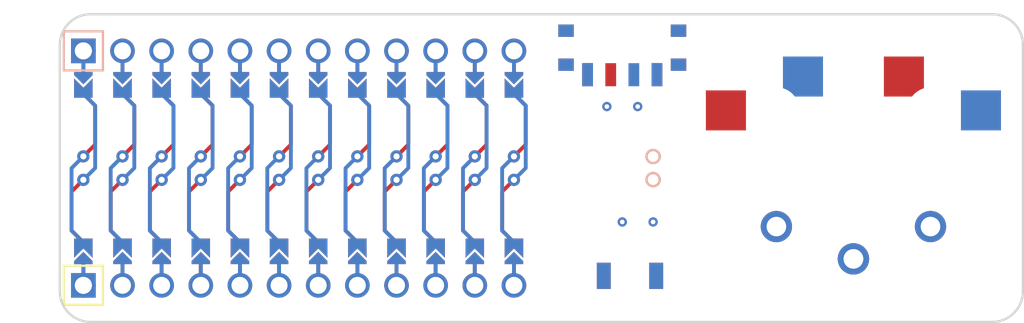
<source format=kicad_pcb>

            
(kicad_pcb (version 20171130) (host pcbnew 5.1.6)

  (page A3)
  (title_block
    (title 1april)
    (rev v1.0.0)
    (company Unknown)
  )

  (general
    (thickness 1.6)
  )

  (layers
    (0 F.Cu signal)
    (31 B.Cu signal)
    (32 B.Adhes user)
    (33 F.Adhes user)
    (34 B.Paste user)
    (35 F.Paste user)
    (36 B.SilkS user)
    (37 F.SilkS user)
    (38 B.Mask user)
    (39 F.Mask user)
    (40 Dwgs.User user)
    (41 Cmts.User user)
    (42 Eco1.User user)
    (43 Eco2.User user)
    (44 Edge.Cuts user)
    (45 Margin user)
    (46 B.CrtYd user)
    (47 F.CrtYd user)
    (48 B.Fab user)
    (49 F.Fab user)
  )

  (setup
    (last_trace_width 0.25)
    (trace_clearance 0.2)
    (zone_clearance 0.508)
    (zone_45_only no)
    (trace_min 0.2)
    (via_size 0.8)
    (via_drill 0.4)
    (via_min_size 0.4)
    (via_min_drill 0.3)
    (uvia_size 0.3)
    (uvia_drill 0.1)
    (uvias_allowed no)
    (uvia_min_size 0.2)
    (uvia_min_drill 0.1)
    (edge_width 0.05)
    (segment_width 0.2)
    (pcb_text_width 0.3)
    (pcb_text_size 1.5 1.5)
    (mod_edge_width 0.12)
    (mod_text_size 1 1)
    (mod_text_width 0.15)
    (pad_size 1.524 1.524)
    (pad_drill 0.762)
    (pad_to_mask_clearance 0.05)
    (aux_axis_origin 0 0)
    (visible_elements FFFFFF7F)
    (pcbplotparams
      (layerselection 0x010fc_ffffffff)
      (usegerberextensions false)
      (usegerberattributes true)
      (usegerberadvancedattributes true)
      (creategerberjobfile true)
      (excludeedgelayer true)
      (linewidth 0.100000)
      (plotframeref false)
      (viasonmask false)
      (mode 1)
      (useauxorigin false)
      (hpglpennumber 1)
      (hpglpenspeed 20)
      (hpglpendiameter 15.000000)
      (psnegative false)
      (psa4output false)
      (plotreference true)
      (plotvalue true)
      (plotinvisibletext false)
      (padsonsilk false)
      (subtractmaskfromsilk false)
      (outputformat 1)
      (mirror false)
      (drillshape 1)
      (scaleselection 1)
      (outputdirectory ""))
  )

            (net 0 "")
(net 1 "P1")
(net 2 "GND")
(net 3 "RAW")
(net 4 "RST")
(net 5 "VCC")
(net 6 "P21")
(net 7 "P20")
(net 8 "P19")
(net 9 "P18")
(net 10 "P15")
(net 11 "P14")
(net 12 "P16")
(net 13 "P10")
(net 14 "P0")
(net 15 "P2")
(net 16 "P3")
(net 17 "P4")
(net 18 "P5")
(net 19 "P6")
(net 20 "P7")
(net 21 "P8")
(net 22 "P9")
(net 23 "pos")
            
  (net_class Default "This is the default net class."
    (clearance 0.2)
    (trace_width 0.25)
    (via_dia 0.8)
    (via_drill 0.4)
    (uvia_dia 0.3)
    (uvia_drill 0.1)
    (add_net "")
(add_net "P1")
(add_net "GND")
(add_net "RAW")
(add_net "RST")
(add_net "VCC")
(add_net "P21")
(add_net "P20")
(add_net "P19")
(add_net "P18")
(add_net "P15")
(add_net "P14")
(add_net "P16")
(add_net "P10")
(add_net "P0")
(add_net "P2")
(add_net "P3")
(add_net "P4")
(add_net "P5")
(add_net "P6")
(add_net "P7")
(add_net "P8")
(add_net "P9")
(add_net "pos")
  )

            
        
      (module PG1350 (layer F.Cu) (tedit 5DD50112)
      (at 0 0 0)

      
      (fp_text reference "S1" (at 0 0) (layer F.SilkS) hide (effects (font (size 1.27 1.27) (thickness 0.15))))
      (fp_text value "" (at 0 0) (layer F.SilkS) hide (effects (font (size 1.27 1.27) (thickness 0.15))))

      
      (fp_line (start -7 -6) (end -7 -7) (layer Dwgs.User) (width 0.15))
      (fp_line (start -7 7) (end -6 7) (layer Dwgs.User) (width 0.15))
      (fp_line (start -6 -7) (end -7 -7) (layer Dwgs.User) (width 0.15))
      (fp_line (start -7 7) (end -7 6) (layer Dwgs.User) (width 0.15))
      (fp_line (start 7 6) (end 7 7) (layer Dwgs.User) (width 0.15))
      (fp_line (start 7 -7) (end 6 -7) (layer Dwgs.User) (width 0.15))
      (fp_line (start 6 7) (end 7 7) (layer Dwgs.User) (width 0.15))
      (fp_line (start 7 -7) (end 7 -6) (layer Dwgs.User) (width 0.15))      
      
      
      (pad "" np_thru_hole circle (at 0 0) (size 3.429 3.429) (drill 3.429) (layers *.Cu *.Mask))
        
      
      (pad "" np_thru_hole circle (at 5.5 0) (size 1.7018 1.7018) (drill 1.7018) (layers *.Cu *.Mask))
      (pad "" np_thru_hole circle (at -5.5 0) (size 1.7018 1.7018) (drill 1.7018) (layers *.Cu *.Mask))
      
        
      
      (fp_line (start -9 -8.5) (end 9 -8.5) (layer Dwgs.User) (width 0.15))
      (fp_line (start 9 -8.5) (end 9 8.5) (layer Dwgs.User) (width 0.15))
      (fp_line (start 9 8.5) (end -9 8.5) (layer Dwgs.User) (width 0.15))
      (fp_line (start -9 8.5) (end -9 -8.5) (layer Dwgs.User) (width 0.15))
      
        
          
          (pad "" np_thru_hole circle (at 5 -3.75) (size 3 3) (drill 3) (layers *.Cu *.Mask))
          (pad "" np_thru_hole circle (at 0 -5.95) (size 3 3) (drill 3) (layers *.Cu *.Mask))
      
          
          (pad 1 smd rect (at -3.275 -5.95 0) (size 2.6 2.6) (layers B.Cu B.Paste B.Mask)  (net 1 "P1"))
          (pad 2 smd rect (at 8.275 -3.75 0) (size 2.6 2.6) (layers B.Cu B.Paste B.Mask)  (net 2 "GND"))
        
        
          
          (pad "" np_thru_hole circle (at -5 -3.75) (size 3 3) (drill 3) (layers *.Cu *.Mask))
          (pad "" np_thru_hole circle (at 0 -5.95) (size 3 3) (drill 3) (layers *.Cu *.Mask))
      
          
          (pad 1 smd rect (at 3.275 -5.95 0) (size 2.6 2.6) (layers F.Cu F.Paste F.Mask)  (net 1 "P1"))
          (pad 2 smd rect (at -8.275 -3.75 0) (size 2.6 2.6) (layers F.Cu F.Paste F.Mask)  (net 2 "GND"))
        )
        

        
      (module PG1350 (layer F.Cu) (tedit 5DD50112)
      (at 0 0 180)

      
      (fp_text reference "S2" (at 0 0) (layer F.SilkS) hide (effects (font (size 1.27 1.27) (thickness 0.15))))
      (fp_text value "" (at 0 0) (layer F.SilkS) hide (effects (font (size 1.27 1.27) (thickness 0.15))))

      
      (fp_line (start -7 -6) (end -7 -7) (layer Dwgs.User) (width 0.15))
      (fp_line (start -7 7) (end -6 7) (layer Dwgs.User) (width 0.15))
      (fp_line (start -6 -7) (end -7 -7) (layer Dwgs.User) (width 0.15))
      (fp_line (start -7 7) (end -7 6) (layer Dwgs.User) (width 0.15))
      (fp_line (start 7 6) (end 7 7) (layer Dwgs.User) (width 0.15))
      (fp_line (start 7 -7) (end 6 -7) (layer Dwgs.User) (width 0.15))
      (fp_line (start 6 7) (end 7 7) (layer Dwgs.User) (width 0.15))
      (fp_line (start 7 -7) (end 7 -6) (layer Dwgs.User) (width 0.15))      
      
      
      (pad "" np_thru_hole circle (at 0 0) (size 3.429 3.429) (drill 3.429) (layers *.Cu *.Mask))
        
      
      (pad "" np_thru_hole circle (at 5.5 0) (size 1.7018 1.7018) (drill 1.7018) (layers *.Cu *.Mask))
      (pad "" np_thru_hole circle (at -5.5 0) (size 1.7018 1.7018) (drill 1.7018) (layers *.Cu *.Mask))
      
        
      
      (fp_line (start -9 -8.5) (end 9 -8.5) (layer Dwgs.User) (width 0.15))
      (fp_line (start 9 -8.5) (end 9 8.5) (layer Dwgs.User) (width 0.15))
      (fp_line (start 9 8.5) (end -9 8.5) (layer Dwgs.User) (width 0.15))
      (fp_line (start -9 8.5) (end -9 -8.5) (layer Dwgs.User) (width 0.15))
      
        
            
            (pad 1 thru_hole circle (at 5 -3.8) (size 2.032 2.032) (drill 1.27) (layers *.Cu *.Mask) (net 1 "P1"))
            (pad 2 thru_hole circle (at 0 -5.9) (size 2.032 2.032) (drill 1.27) (layers *.Cu *.Mask) (net 2 "GND"))
          
        
            
            (pad 1 thru_hole circle (at -5 -3.8) (size 2.032 2.032) (drill 1.27) (layers *.Cu *.Mask) (net 1 "P1"))
            (pad 2 thru_hole circle (at -0 -5.9) (size 2.032 2.032) (drill 1.27) (layers *.Cu *.Mask) (net 2 "GND"))
          )
        

    (module ProMicro (layer F.Cu) (tedit 6135B927)
      (at -36 0 0)

    
    (descr "Solder-jumper reversible Pro Micro footprint")
    (tags "promicro ProMicro reversible solder jumper")
    (fp_text reference "MCU1" (at -16.256 -0.254 90) (layer F.SilkS) hide
      (effects (font (size 1 1) (thickness 0.15)))
    )

    
    (fp_line (start -15.24 6.35) (end -12.7 6.35) (layer F.SilkS) (width 0.15))
    (fp_line (start -15.24 6.35) (end -15.24 8.89) (layer F.SilkS) (width 0.15))
    (fp_line (start -12.7 6.35) (end -12.7 8.89) (layer F.SilkS) (width 0.15))
    (fp_line (start -12.7 8.89) (end -15.24 8.89) (layer F.SilkS) (width 0.15))
    (fp_line (start -15.24 -6.35) (end -12.7 -6.35) (layer B.SilkS) (width 0.15))
    (fp_line (start -15.24 -6.35) (end -15.24 -8.89) (layer B.SilkS) (width 0.15))
    (fp_line (start -12.7 -6.35) (end -12.7 -8.89) (layer B.SilkS) (width 0.15))
    (fp_line (start -12.7 -8.89) (end -15.24 -8.89) (layer B.SilkS) (width 0.15))

    
    (fp_line (start -19.304 -3.81) (end -14.224 -3.81) (layer Dwgs.User) (width 0.15))
    (fp_line (start -19.304 3.81) (end -19.304 -3.81) (layer Dwgs.User) (width 0.15))
    (fp_line (start -14.224 3.81) (end -19.304 3.81) (layer Dwgs.User) (width 0.15))
    (fp_line (start -14.224 -3.81) (end -14.224 3.81) (layer Dwgs.User) (width 0.15))

    (fp_circle (center 13.97 0.762) (end 14.095 0.762) (layer B.Mask) (width 0.25))
    (fp_circle (center 13.97 0.762) (end 14.095 0.762) (layer F.Mask) (width 0.25))
    (fp_circle (center 13.97 -0.762) (end 14.095 -0.762) (layer B.Mask) (width 0.25))
    (fp_circle (center 13.97 -0.762) (end 14.095 -0.762) (layer F.Mask) (width 0.25))
    (fp_circle (center 11.43 0.762) (end 11.555 0.762) (layer B.Mask) (width 0.25))
    (fp_circle (center 11.43 0.762) (end 11.555 0.762) (layer F.Mask) (width 0.25))
    (fp_circle (center 11.43 -0.762) (end 11.555 -0.762) (layer B.Mask) (width 0.25))
    (fp_circle (center 11.43 -0.762) (end 11.555 -0.762) (layer F.Mask) (width 0.25))
    (fp_circle (center 8.89 0.762) (end 9.015 0.762) (layer B.Mask) (width 0.25))
    (fp_circle (center 8.89 0.762) (end 9.015 0.762) (layer F.Mask) (width 0.25))
    (fp_circle (center 8.89 -0.762) (end 9.015 -0.762) (layer B.Mask) (width 0.25))
    (fp_circle (center 8.89 -0.762) (end 9.015 -0.762) (layer F.Mask) (width 0.25))
    (fp_circle (center 6.35 0.762) (end 6.475 0.762) (layer B.Mask) (width 0.25))
    (fp_circle (center 6.35 0.762) (end 6.475 0.762) (layer F.Mask) (width 0.25))
    (fp_circle (center 6.35 -0.762) (end 6.475 -0.762) (layer B.Mask) (width 0.25))
    (fp_circle (center 6.35 -0.762) (end 6.475 -0.762) (layer F.Mask) (width 0.25))
    (fp_circle (center 3.81 0.762) (end 3.935 0.762) (layer B.Mask) (width 0.25))
    (fp_circle (center 3.81 0.762) (end 3.935 0.762) (layer F.Mask) (width 0.25))
    (fp_circle (center 3.81 -0.762) (end 3.935 -0.762) (layer B.Mask) (width 0.25))
    (fp_circle (center 3.81 -0.762) (end 3.935 -0.762) (layer F.Mask) (width 0.25))
    (fp_circle (center 1.27 0.762) (end 1.395 0.762) (layer B.Mask) (width 0.25))
    (fp_circle (center 1.27 0.762) (end 1.395 0.762) (layer F.Mask) (width 0.25))
    (fp_circle (center 1.27 -0.762) (end 1.395 -0.762) (layer B.Mask) (width 0.25))
    (fp_circle (center 1.27 -0.762) (end 1.395 -0.762) (layer F.Mask) (width 0.25))
    (fp_circle (center -1.27 0.762) (end -1.145 0.762) (layer B.Mask) (width 0.25))
    (fp_circle (center -1.27 0.762) (end -1.145 0.762) (layer F.Mask) (width 0.25))
    (fp_circle (center -1.27 -0.762) (end -1.145 -0.762) (layer B.Mask) (width 0.25))
    (fp_circle (center -1.27 -0.762) (end -1.145 -0.762) (layer F.Mask) (width 0.25))
    (fp_circle (center -3.81 0.762) (end -3.685 0.762) (layer B.Mask) (width 0.25))
    (fp_circle (center -3.81 0.762) (end -3.685 0.762) (layer F.Mask) (width 0.25))
    (fp_circle (center -3.81 -0.762) (end -3.685 -0.762) (layer B.Mask) (width 0.25))
    (fp_circle (center -3.81 -0.762) (end -3.685 -0.762) (layer F.Mask) (width 0.25))
    (fp_circle (center -6.35 0.762) (end -6.225 0.762) (layer B.Mask) (width 0.25))
    (fp_circle (center -6.35 0.762) (end -6.225 0.762) (layer F.Mask) (width 0.25))
    (fp_circle (center -6.35 -0.762) (end -6.225 -0.762) (layer B.Mask) (width 0.25))
    (fp_circle (center -6.35 -0.762) (end -6.225 -0.762) (layer F.Mask) (width 0.25))
    (fp_circle (center -8.89 0.762) (end -8.765 0.762) (layer B.Mask) (width 0.25))
    (fp_circle (center -8.89 0.762) (end -8.765 0.762) (layer F.Mask) (width 0.25))
    (fp_circle (center -8.89 -0.762) (end -8.765 -0.762) (layer B.Mask) (width 0.25))
    (fp_circle (center -8.89 -0.762) (end -8.765 -0.762) (layer F.Mask) (width 0.25))
    (fp_circle (center -11.43 -0.762) (end -11.305 -0.762) (layer B.Mask) (width 0.25))
    (fp_circle (center -11.43 -0.762) (end -11.305 -0.762) (layer F.Mask) (width 0.25))
    (fp_circle (center -11.43 0.762) (end -11.305 0.762) (layer B.Mask) (width 0.25))
    (fp_circle (center -11.43 0.762) (end -11.305 0.762) (layer F.Mask) (width 0.25))
    (fp_circle (center -13.97 0.762) (end -13.845 0.762) (layer B.Mask) (width 0.25))
    (fp_circle (center -13.97 0.762) (end -13.845 0.762) (layer F.Mask) (width 0.25))
    (fp_circle (center -13.97 -0.762) (end -13.845 -0.762) (layer B.Mask) (width 0.25))
    (fp_circle (center -13.97 -0.762) (end -13.845 -0.762) (layer F.Mask) (width 0.25))
    (fp_poly (pts (xy 14.478 -5.08) (xy 13.462 -5.08) (xy 13.462 -6.096) (xy 14.478 -6.096)) (layer B.Mask) (width 0.1))
    (fp_poly (pts (xy 11.938 -5.08) (xy 10.922 -5.08) (xy 10.922 -6.096) (xy 11.938 -6.096)) (layer B.Mask) (width 0.1))
    (fp_poly (pts (xy 9.398 -5.08) (xy 8.382 -5.08) (xy 8.382 -6.096) (xy 9.398 -6.096)) (layer B.Mask) (width 0.1))
    (fp_poly (pts (xy 6.858 -5.08) (xy 5.842 -5.08) (xy 5.842 -6.096) (xy 6.858 -6.096)) (layer B.Mask) (width 0.1))
    (fp_poly (pts (xy 4.318 -5.08) (xy 3.302 -5.08) (xy 3.302 -6.096) (xy 4.318 -6.096)) (layer B.Mask) (width 0.1))
    (fp_poly (pts (xy 1.778 -5.08) (xy 0.762 -5.08) (xy 0.762 -6.096) (xy 1.778 -6.096)) (layer B.Mask) (width 0.1))
    (fp_poly (pts (xy -0.762 -5.08) (xy -1.778 -5.08) (xy -1.778 -6.096) (xy -0.762 -6.096)) (layer B.Mask) (width 0.1))
    (fp_poly (pts (xy -3.302 -5.08) (xy -4.318 -5.08) (xy -4.318 -6.096) (xy -3.302 -6.096)) (layer B.Mask) (width 0.1))
    (fp_poly (pts (xy -5.842 -5.08) (xy -6.858 -5.08) (xy -6.858 -6.096) (xy -5.842 -6.096)) (layer B.Mask) (width 0.1))
    (fp_poly (pts (xy -8.382 -5.08) (xy -9.398 -5.08) (xy -9.398 -6.096) (xy -8.382 -6.096)) (layer B.Mask) (width 0.1))
    (fp_poly (pts (xy -10.922 -5.08) (xy -11.938 -5.08) (xy -11.938 -6.096) (xy -10.922 -6.096)) (layer B.Mask) (width 0.1))
    (fp_poly (pts (xy -13.462 -5.08) (xy -14.478 -5.08) (xy -14.478 -6.096) (xy -13.462 -6.096)) (layer B.Mask) (width 0.1))
    (fp_poly (pts (xy 13.462 5.08) (xy 14.478 5.08) (xy 14.478 6.096) (xy 13.462 6.096)) (layer B.Mask) (width 0.1))
    (fp_poly (pts (xy 10.922 5.08) (xy 11.938 5.08) (xy 11.938 6.096) (xy 10.922 6.096)) (layer B.Mask) (width 0.1))
    (fp_poly (pts (xy 8.382 5.08) (xy 9.398 5.08) (xy 9.398 6.096) (xy 8.382 6.096)) (layer B.Mask) (width 0.1))
    (fp_poly (pts (xy 5.842 5.08) (xy 6.858 5.08) (xy 6.858 6.096) (xy 5.842 6.096)) (layer B.Mask) (width 0.1))
    (fp_poly (pts (xy 3.302 5.08) (xy 4.318 5.08) (xy 4.318 6.096) (xy 3.302 6.096)) (layer B.Mask) (width 0.1))
    (fp_poly (pts (xy 0.762 5.08) (xy 1.778 5.08) (xy 1.778 6.096) (xy 0.762 6.096)) (layer B.Mask) (width 0.1))
    (fp_poly (pts (xy -1.778 5.08) (xy -0.762 5.08) (xy -0.762 6.096) (xy -1.778 6.096)) (layer B.Mask) (width 0.1))
    (fp_poly (pts (xy -4.318 5.08) (xy -3.302 5.08) (xy -3.302 6.096) (xy -4.318 6.096)) (layer B.Mask) (width 0.1))
    (fp_poly (pts (xy -6.858 5.08) (xy -5.842 5.08) (xy -5.842 6.096) (xy -6.858 6.096)) (layer B.Mask) (width 0.1))
    (fp_poly (pts (xy -9.398 5.08) (xy -8.382 5.08) (xy -8.382 6.096) (xy -9.398 6.096)) (layer B.Mask) (width 0.1))
    (fp_poly (pts (xy -11.938 5.08) (xy -10.922 5.08) (xy -10.922 6.096) (xy -11.938 6.096)) (layer B.Mask) (width 0.1))
    (fp_poly (pts (xy -14.478 5.08) (xy -13.462 5.08) (xy -13.462 6.096) (xy -14.478 6.096)) (layer B.Mask) (width 0.1))
    (fp_poly (pts (xy -13.462 -5.08) (xy -14.478 -5.08) (xy -14.478 -6.096) (xy -13.462 -6.096)) (layer F.Mask) (width 0.1))
    (fp_poly (pts (xy 1.778 -5.08) (xy 0.762 -5.08) (xy 0.762 -6.096) (xy 1.778 -6.096)) (layer F.Mask) (width 0.1))
    (fp_poly (pts (xy -10.922 -5.08) (xy -11.938 -5.08) (xy -11.938 -6.096) (xy -10.922 -6.096)) (layer F.Mask) (width 0.1))
    (fp_poly (pts (xy -8.382 -5.08) (xy -9.398 -5.08) (xy -9.398 -6.096) (xy -8.382 -6.096)) (layer F.Mask) (width 0.1))
    (fp_poly (pts (xy -3.302 -5.08) (xy -4.318 -5.08) (xy -4.318 -6.096) (xy -3.302 -6.096)) (layer F.Mask) (width 0.1))
    (fp_poly (pts (xy -0.762 -5.08) (xy -1.778 -5.08) (xy -1.778 -6.096) (xy -0.762 -6.096)) (layer F.Mask) (width 0.1))
    (fp_poly (pts (xy 6.858 -5.08) (xy 5.842 -5.08) (xy 5.842 -6.096) (xy 6.858 -6.096)) (layer F.Mask) (width 0.1))
    (fp_poly (pts (xy 11.938 -5.08) (xy 10.922 -5.08) (xy 10.922 -6.096) (xy 11.938 -6.096)) (layer F.Mask) (width 0.1))
    (fp_poly (pts (xy -5.842 -5.08) (xy -6.858 -5.08) (xy -6.858 -6.096) (xy -5.842 -6.096)) (layer F.Mask) (width 0.1))
    (fp_poly (pts (xy 4.318 -5.08) (xy 3.302 -5.08) (xy 3.302 -6.096) (xy 4.318 -6.096)) (layer F.Mask) (width 0.1))
    (fp_poly (pts (xy 9.398 -5.08) (xy 8.382 -5.08) (xy 8.382 -6.096) (xy 9.398 -6.096)) (layer F.Mask) (width 0.1))
    (fp_poly (pts (xy 14.478 -5.08) (xy 13.462 -5.08) (xy 13.462 -6.096) (xy 14.478 -6.096)) (layer F.Mask) (width 0.1))
    (fp_poly (pts (xy 13.462 5.08) (xy 14.478 5.08) (xy 14.478 6.096) (xy 13.462 6.096)) (layer F.Mask) (width 0.1))
    (fp_poly (pts (xy 10.922 5.08) (xy 11.938 5.08) (xy 11.938 6.096) (xy 10.922 6.096)) (layer F.Mask) (width 0.1))
    (fp_poly (pts (xy 8.382 5.08) (xy 9.398 5.08) (xy 9.398 6.096) (xy 8.382 6.096)) (layer F.Mask) (width 0.1))
    (fp_poly (pts (xy 5.842 5.08) (xy 6.858 5.08) (xy 6.858 6.096) (xy 5.842 6.096)) (layer F.Mask) (width 0.1))
    (fp_poly (pts (xy 3.302 5.08) (xy 4.318 5.08) (xy 4.318 6.096) (xy 3.302 6.096)) (layer F.Mask) (width 0.1))
    (fp_poly (pts (xy 0.762 5.08) (xy 1.778 5.08) (xy 1.778 6.096) (xy 0.762 6.096)) (layer F.Mask) (width 0.1))
    (fp_poly (pts (xy -1.778 5.08) (xy -0.762 5.08) (xy -0.762 6.096) (xy -1.778 6.096)) (layer F.Mask) (width 0.1))
    (fp_poly (pts (xy -4.318 5.08) (xy -3.302 5.08) (xy -3.302 6.096) (xy -4.318 6.096)) (layer F.Mask) (width 0.1))
    (fp_poly (pts (xy -6.858 5.08) (xy -5.842 5.08) (xy -5.842 6.096) (xy -6.858 6.096)) (layer F.Mask) (width 0.1))
    (fp_poly (pts (xy -9.398 5.08) (xy -8.382 5.08) (xy -8.382 6.096) (xy -9.398 6.096)) (layer F.Mask) (width 0.1))
    (fp_poly (pts (xy -11.938 5.08) (xy -10.922 5.08) (xy -10.922 6.096) (xy -11.938 6.096)) (layer F.Mask) (width 0.1))
    (fp_poly (pts (xy -14.478 5.08) (xy -13.462 5.08) (xy -13.462 6.096) (xy -14.478 6.096)) (layer F.Mask) (width 0.1))
    (pad 2 smd custom (at -11.43 -0.762 0) (size 0.25 0.25) (layers F.Cu)
      (zone_connect 0)
      (options (clearance outline) (anchor circle))
      (primitives
        (gr_line (start 0 0) (end 0.766 -0.766) (width 0.25))
        (gr_line (start 0.766 -0.766) (end 0.766 -3.298) (width 0.25))
        (gr_line (start 0.766 -3.298) (end 0 -4.064) (width 0.25))
      ) (net 2 "GND"))
    (pad "" thru_hole circle (at -13.97 7.62) (size 1.6 1.6) (drill 1.1) (layers *.Cu *.Mask)
      (zone_connect 0))
    (pad "" thru_hole circle (at -11.43 7.62) (size 1.6 1.6) (drill 1.1) (layers *.Cu *.Mask))
    (pad "" thru_hole circle (at -8.89 7.62) (size 1.6 1.6) (drill 1.1) (layers *.Cu *.Mask))
    (pad "" thru_hole circle (at -6.35 7.62) (size 1.6 1.6) (drill 1.1) (layers *.Cu *.Mask))
    (pad "" thru_hole circle (at -3.81 7.62) (size 1.6 1.6) (drill 1.1) (layers *.Cu *.Mask))
    (pad "" thru_hole circle (at -1.27 7.62) (size 1.6 1.6) (drill 1.1) (layers *.Cu *.Mask))
    (pad "" thru_hole circle (at 1.27 7.62) (size 1.6 1.6) (drill 1.1) (layers *.Cu *.Mask))
    (pad "" thru_hole circle (at 3.81 7.62) (size 1.6 1.6) (drill 1.1) (layers *.Cu *.Mask))
    (pad "" thru_hole circle (at 6.35 7.62) (size 1.6 1.6) (drill 1.1) (layers *.Cu *.Mask))
    (pad "" thru_hole circle (at 8.89 7.62) (size 1.6 1.6) (drill 1.1) (layers *.Cu *.Mask))
    (pad "" thru_hole circle (at 11.43 7.62) (size 1.6 1.6) (drill 1.1) (layers *.Cu *.Mask))
    (pad "" thru_hole circle (at 13.97 7.62) (size 1.6 1.6) (drill 1.1) (layers *.Cu *.Mask))
    (pad "" thru_hole circle (at 13.97 -7.62) (size 1.6 1.6) (drill 1.1) (layers *.Cu *.Mask))
    (pad "" thru_hole circle (at 11.43 -7.62) (size 1.6 1.6) (drill 1.1) (layers *.Cu *.Mask))
    (pad "" thru_hole circle (at 8.89 -7.62) (size 1.6 1.6) (drill 1.1) (layers *.Cu *.Mask))
    (pad "" thru_hole circle (at 6.35 -7.62) (size 1.6 1.6) (drill 1.1) (layers *.Cu *.Mask))
    (pad "" thru_hole circle (at 3.81 -7.62) (size 1.6 1.6) (drill 1.1) (layers *.Cu *.Mask))
    (pad "" thru_hole circle (at 1.27 -7.62) (size 1.6 1.6) (drill 1.1) (layers *.Cu *.Mask))
    (pad "" thru_hole circle (at -1.27 -7.62) (size 1.6 1.6) (drill 1.1) (layers *.Cu *.Mask))
    (pad "" thru_hole circle (at -3.81 -7.62) (size 1.6 1.6) (drill 1.1) (layers *.Cu *.Mask))
    (pad "" thru_hole circle (at -6.35 -7.62) (size 1.6 1.6) (drill 1.1) (layers *.Cu *.Mask))
    (pad "" thru_hole circle (at -8.89 -7.62) (size 1.6 1.6) (drill 1.1) (layers *.Cu *.Mask))
    (pad "" thru_hole circle (at -11.43 -7.62) (size 1.6 1.6) (drill 1.1) (layers *.Cu *.Mask))
    (pad "" thru_hole circle (at -13.97 -7.62) (size 1.6 1.6) (drill 1.1) (layers *.Cu *.Mask))
    (pad "" smd custom (at -13.97 5.842 180) (size 0.1 0.1) (layers F.Cu F.Mask)
      (clearance 0.1) (zone_connect 0)
      (options (clearance outline) (anchor rect))
      (primitives
        (gr_poly (pts
          (xy 0.6 -0.4) (xy -0.6 -0.4) (xy -0.6 -0.2) (xy 0 0.4) (xy 0.6 -0.2)
  ) (width 0))
      ))
    (pad 24 smd custom (at -13.97 4.826 180) (size 1.2 0.5) (layers F.Cu F.Mask) (net 1 "P1")
      (clearance 0.1) (zone_connect 0)
      (options (clearance outline) (anchor rect))
      (primitives
        (gr_poly (pts
          (xy 0.6 0) (xy -0.6 0) (xy -0.6 -1) (xy 0 -0.4) (xy 0.6 -1)
  ) (width 0))
      ))
    (pad "" smd custom (at -13.97 6.35 180) (size 0.25 1) (layers F.Cu)
      (zone_connect 0)
      (options (clearance outline) (anchor rect))
      (primitives
      ))
    (pad "" thru_hole rect (at -13.97 7.62 0) (size 1.6 1.6) (drill 1.1) (layers F.Cu F.Mask)
      (zone_connect 0))
    (pad "" thru_hole rect (at -13.97 -7.62 0) (size 1.6 1.6) (drill 1.1) (layers B.Cu B.Mask)
      (zone_connect 0))
    (pad "" smd custom (at -11.43 6.35 180) (size 0.25 1) (layers F.Cu)
      (zone_connect 0)
      (options (clearance outline) (anchor rect))
      (primitives
      ))
    (pad "" smd custom (at -11.43 5.842 180) (size 0.1 0.1) (layers F.Cu F.Mask)
      (clearance 0.1) (zone_connect 0)
      (options (clearance outline) (anchor rect))
      (primitives
        (gr_poly (pts
          (xy 0.6 -0.4) (xy -0.6 -0.4) (xy -0.6 -0.2) (xy 0 0.4) (xy 0.6 -0.2)
  ) (width 0))
      ))
    (pad 23 smd custom (at -11.43 4.826 180) (size 1.2 0.5) (layers F.Cu F.Mask) (net 14 "P0")
      (clearance 0.1) (zone_connect 0)
      (options (clearance outline) (anchor rect))
      (primitives
        (gr_poly (pts
          (xy 0.6 0) (xy -0.6 0) (xy -0.6 -1) (xy 0 -0.4) (xy 0.6 -1)
  ) (width 0))
      ))
    (pad "" smd custom (at -8.89 6.35 180) (size 0.25 1) (layers F.Cu)
      (zone_connect 0)
      (options (clearance outline) (anchor rect))
      (primitives
      ))
    (pad "" smd custom (at -8.89 5.842 180) (size 0.1 0.1) (layers F.Cu F.Mask)
      (clearance 0.1) (zone_connect 0)
      (options (clearance outline) (anchor rect))
      (primitives
        (gr_poly (pts
          (xy 0.6 -0.4) (xy -0.6 -0.4) (xy -0.6 -0.2) (xy 0 0.4) (xy 0.6 -0.2)
  ) (width 0))
      ))
    (pad 22 smd custom (at -8.89 4.826 180) (size 1.2 0.5) (layers F.Cu F.Mask) (net 2 "GND")
      (clearance 0.1) (zone_connect 0)
      (options (clearance outline) (anchor rect))
      (primitives
        (gr_poly (pts
          (xy 0.6 0) (xy -0.6 0) (xy -0.6 -1) (xy 0 -0.4) (xy 0.6 -1)
  ) (width 0))
      ))
    (pad "" smd custom (at -6.35 6.35 180) (size 0.25 1) (layers F.Cu)
      (zone_connect 0)
      (options (clearance outline) (anchor rect))
      (primitives
      ))
    (pad "" smd custom (at -6.35 5.842 180) (size 0.1 0.1) (layers F.Cu F.Mask)
      (clearance 0.1) (zone_connect 0)
      (options (clearance outline) (anchor rect))
      (primitives
        (gr_poly (pts
          (xy 0.6 -0.4) (xy -0.6 -0.4) (xy -0.6 -0.2) (xy 0 0.4) (xy 0.6 -0.2)
  ) (width 0))
      ))
    (pad 21 smd custom (at -6.35 4.826 180) (size 1.2 0.5) (layers F.Cu F.Mask) (net 2 "GND")
      (clearance 0.1) (zone_connect 0)
      (options (clearance outline) (anchor rect))
      (primitives
        (gr_poly (pts
          (xy 0.6 0) (xy -0.6 0) (xy -0.6 -1) (xy 0 -0.4) (xy 0.6 -1)
  ) (width 0))
      ))
    (pad "" smd custom (at -3.81 6.35 180) (size 0.25 1) (layers F.Cu)
      (zone_connect 0)
      (options (clearance outline) (anchor rect))
      (primitives
      ))
    (pad "" smd custom (at -3.81 5.842 180) (size 0.1 0.1) (layers F.Cu F.Mask)
      (clearance 0.1) (zone_connect 0)
      (options (clearance outline) (anchor rect))
      (primitives
        (gr_poly (pts
          (xy 0.6 -0.4) (xy -0.6 -0.4) (xy -0.6 -0.2) (xy 0 0.4) (xy 0.6 -0.2)
  ) (width 0))
      ))
    (pad 20 smd custom (at -3.81 4.826 180) (size 1.2 0.5) (layers F.Cu F.Mask) (net 15 "P2")
      (clearance 0.1) (zone_connect 0)
      (options (clearance outline) (anchor rect))
      (primitives
        (gr_poly (pts
          (xy 0.6 0) (xy -0.6 0) (xy -0.6 -1) (xy 0 -0.4) (xy 0.6 -1)
  ) (width 0))
      ))
    (pad "" smd custom (at -1.27 6.35 180) (size 0.25 1) (layers F.Cu)
      (zone_connect 0)
      (options (clearance outline) (anchor rect))
      (primitives
      ))
    (pad "" smd custom (at -1.27 5.842 180) (size 0.1 0.1) (layers F.Cu F.Mask)
      (clearance 0.1) (zone_connect 0)
      (options (clearance outline) (anchor rect))
      (primitives
        (gr_poly (pts
          (xy 0.6 -0.4) (xy -0.6 -0.4) (xy -0.6 -0.2) (xy 0 0.4) (xy 0.6 -0.2)
  ) (width 0))
      ))
    (pad 19 smd custom (at -1.27 4.826 180) (size 1.2 0.5) (layers F.Cu F.Mask) (net 16 "P3")
      (clearance 0.1) (zone_connect 0)
      (options (clearance outline) (anchor rect))
      (primitives
        (gr_poly (pts
          (xy 0.6 0) (xy -0.6 0) (xy -0.6 -1) (xy 0 -0.4) (xy 0.6 -1)
  ) (width 0))
      ))
    (pad "" smd custom (at 1.27 6.35 180) (size 0.25 1) (layers F.Cu)
      (zone_connect 0)
      (options (clearance outline) (anchor rect))
      (primitives
      ))
    (pad "" smd custom (at 1.27 5.842 180) (size 0.1 0.1) (layers F.Cu F.Mask)
      (clearance 0.1) (zone_connect 0)
      (options (clearance outline) (anchor rect))
      (primitives
        (gr_poly (pts
          (xy 0.6 -0.4) (xy -0.6 -0.4) (xy -0.6 -0.2) (xy 0 0.4) (xy 0.6 -0.2)
  ) (width 0))
      ))
    (pad 18 smd custom (at 1.27 4.826 180) (size 1.2 0.5) (layers F.Cu F.Mask) (net 17 "P4")
      (clearance 0.1) (zone_connect 0)
      (options (clearance outline) (anchor rect))
      (primitives
        (gr_poly (pts
          (xy 0.6 0) (xy -0.6 0) (xy -0.6 -1) (xy 0 -0.4) (xy 0.6 -1)
  ) (width 0))
      ))
    (pad "" smd custom (at 3.81 6.35 180) (size 0.25 1) (layers F.Cu)
      (zone_connect 0)
      (options (clearance outline) (anchor rect))
      (primitives
      ))
    (pad "" smd custom (at 3.81 5.842 180) (size 0.1 0.1) (layers F.Cu F.Mask)
      (clearance 0.1) (zone_connect 0)
      (options (clearance outline) (anchor rect))
      (primitives
        (gr_poly (pts
          (xy 0.6 -0.4) (xy -0.6 -0.4) (xy -0.6 -0.2) (xy 0 0.4) (xy 0.6 -0.2)
  ) (width 0))
      ))
    (pad 17 smd custom (at 3.81 4.826 180) (size 1.2 0.5) (layers F.Cu F.Mask) (net 18 "P5")
      (clearance 0.1) (zone_connect 0)
      (options (clearance outline) (anchor rect))
      (primitives
        (gr_poly (pts
          (xy 0.6 0) (xy -0.6 0) (xy -0.6 -1) (xy 0 -0.4) (xy 0.6 -1)
  ) (width 0))
      ))
    (pad "" smd custom (at 6.35 6.35 180) (size 0.25 1) (layers F.Cu)
      (zone_connect 0)
      (options (clearance outline) (anchor rect))
      (primitives
      ))
    (pad "" smd custom (at 6.35 5.842 180) (size 0.1 0.1) (layers F.Cu F.Mask)
      (clearance 0.1) (zone_connect 0)
      (options (clearance outline) (anchor rect))
      (primitives
        (gr_poly (pts
          (xy 0.6 -0.4) (xy -0.6 -0.4) (xy -0.6 -0.2) (xy 0 0.4) (xy 0.6 -0.2)
  ) (width 0))
      ))
    (pad 16 smd custom (at 6.35 4.826 180) (size 1.2 0.5) (layers F.Cu F.Mask) (net 19 "P6")
      (clearance 0.1) (zone_connect 0)
      (options (clearance outline) (anchor rect))
      (primitives
        (gr_poly (pts
          (xy 0.6 0) (xy -0.6 0) (xy -0.6 -1) (xy 0 -0.4) (xy 0.6 -1)
  ) (width 0))
      ))
    (pad "" smd custom (at 8.89 6.35 180) (size 0.25 1) (layers F.Cu)
      (zone_connect 0)
      (options (clearance outline) (anchor rect))
      (primitives
      ))
    (pad "" smd custom (at 8.89 5.842 180) (size 0.1 0.1) (layers F.Cu F.Mask)
      (clearance 0.1) (zone_connect 0)
      (options (clearance outline) (anchor rect))
      (primitives
        (gr_poly (pts
          (xy 0.6 -0.4) (xy -0.6 -0.4) (xy -0.6 -0.2) (xy 0 0.4) (xy 0.6 -0.2)
  ) (width 0))
      ))
    (pad 15 smd custom (at 8.89 4.826 180) (size 1.2 0.5) (layers F.Cu F.Mask) (net 20 "P7")
      (clearance 0.1) (zone_connect 0)
      (options (clearance outline) (anchor rect))
      (primitives
        (gr_poly (pts
          (xy 0.6 0) (xy -0.6 0) (xy -0.6 -1) (xy 0 -0.4) (xy 0.6 -1)
  ) (width 0))
      ))
    (pad "" smd custom (at 11.43 6.35 180) (size 0.25 1) (layers F.Cu)
      (zone_connect 0)
      (options (clearance outline) (anchor rect))
      (primitives
      ))
    (pad "" smd custom (at 11.43 5.842 180) (size 0.1 0.1) (layers F.Cu F.Mask)
      (clearance 0.1) (zone_connect 0)
      (options (clearance outline) (anchor rect))
      (primitives
        (gr_poly (pts
          (xy 0.6 -0.4) (xy -0.6 -0.4) (xy -0.6 -0.2) (xy 0 0.4) (xy 0.6 -0.2)
  ) (width 0))
      ))
    (pad 14 smd custom (at 11.43 4.826 180) (size 1.2 0.5) (layers F.Cu F.Mask) (net 21 "P8")
      (clearance 0.1) (zone_connect 0)
      (options (clearance outline) (anchor rect))
      (primitives
        (gr_poly (pts
          (xy 0.6 0) (xy -0.6 0) (xy -0.6 -1) (xy 0 -0.4) (xy 0.6 -1)
  ) (width 0))
      ))
    (pad "" smd custom (at 13.97 6.35 180) (size 0.25 1) (layers F.Cu)
      (zone_connect 0)
      (options (clearance outline) (anchor rect))
      (primitives
      ))
    (pad "" smd custom (at 13.97 5.842 180) (size 0.1 0.1) (layers F.Cu F.Mask)
      (clearance 0.1) (zone_connect 0)
      (options (clearance outline) (anchor rect))
      (primitives
        (gr_poly (pts
          (xy 0.6 -0.4) (xy -0.6 -0.4) (xy -0.6 -0.2) (xy 0 0.4) (xy 0.6 -0.2)
  ) (width 0))
      ))
    (pad 13 smd custom (at 13.97 4.826 180) (size 1.2 0.5) (layers F.Cu F.Mask) (net 22 "P9")
      (clearance 0.1) (zone_connect 0)
      (options (clearance outline) (anchor rect))
      (primitives
        (gr_poly (pts
          (xy 0.6 0) (xy -0.6 0) (xy -0.6 -1) (xy 0 -0.4) (xy 0.6 -1)
  ) (width 0))
      ))
    (pad 1 smd custom (at -13.97 -4.826 0) (size 1.2 0.5) (layers F.Cu F.Mask) (net 3 "RAW")
      (clearance 0.1) (zone_connect 0)
      (options (clearance outline) (anchor rect))
      (primitives
        (gr_poly (pts
          (xy 0.6 0) (xy -0.6 0) (xy -0.6 -1) (xy 0 -0.4) (xy 0.6 -1)
  ) (width 0))
      ))
    (pad 3 smd custom (at -8.89 -4.826 0) (size 1.2 0.5) (layers F.Cu F.Mask) (net 4 "RST")
      (clearance 0.1) (zone_connect 0)
      (options (clearance outline) (anchor rect))
      (primitives
        (gr_poly (pts
          (xy 0.6 0) (xy -0.6 0) (xy -0.6 -1) (xy 0 -0.4) (xy 0.6 -1)
  ) (width 0))
      ))
    (pad "" smd custom (at -8.89 -6.35 0) (size 0.25 1) (layers F.Cu)
      (zone_connect 0)
      (options (clearance outline) (anchor rect))
      (primitives
      ))
    (pad "" smd custom (at -8.89 -5.842 0) (size 0.1 0.1) (layers F.Cu F.Mask)
      (clearance 0.1) (zone_connect 0)
      (options (clearance outline) (anchor rect))
      (primitives
        (gr_poly (pts
          (xy 0.6 -0.4) (xy -0.6 -0.4) (xy -0.6 -0.2) (xy 0 0.4) (xy 0.6 -0.2)
  ) (width 0))
      ))
    (pad "" smd custom (at -13.97 -5.842 0) (size 0.1 0.1) (layers F.Cu F.Mask)
      (clearance 0.1) (zone_connect 0)
      (options (clearance outline) (anchor rect))
      (primitives
        (gr_poly (pts
          (xy 0.6 -0.4) (xy -0.6 -0.4) (xy -0.6 -0.2) (xy 0 0.4) (xy 0.6 -0.2)
  ) (width 0))
      ))
    (pad "" smd custom (at -11.43 -6.35 0) (size 0.25 1) (layers F.Cu)
      (zone_connect 0)
      (options (clearance outline) (anchor rect))
      (primitives
      ))
    (pad 2 smd custom (at -11.43 -4.826 0) (size 1.2 0.5) (layers F.Cu F.Mask) (net 2 "GND")
      (clearance 0.1) (zone_connect 0)
      (options (clearance outline) (anchor rect))
      (primitives
        (gr_poly (pts
          (xy 0.6 0) (xy -0.6 0) (xy -0.6 -1) (xy 0 -0.4) (xy 0.6 -1)
  ) (width 0))
      ))
    (pad "" smd custom (at -13.97 -6.35 0) (size 0.25 1) (layers F.Cu)
      (zone_connect 0)
      (options (clearance outline) (anchor rect))
      (primitives
      ))
    (pad 4 smd custom (at -6.35 -4.826 0) (size 1.2 0.5) (layers F.Cu F.Mask) (net 5 "VCC")
      (clearance 0.1) (zone_connect 0)
      (options (clearance outline) (anchor rect))
      (primitives
        (gr_poly (pts
          (xy 0.6 0) (xy -0.6 0) (xy -0.6 -1) (xy 0 -0.4) (xy 0.6 -1)
  ) (width 0))
      ))
    (pad "" smd custom (at -11.43 -5.842 0) (size 0.1 0.1) (layers F.Cu F.Mask)
      (clearance 0.1) (zone_connect 0)
      (options (clearance outline) (anchor rect))
      (primitives
        (gr_poly (pts
          (xy 0.6 -0.4) (xy -0.6 -0.4) (xy -0.6 -0.2) (xy 0 0.4) (xy 0.6 -0.2)
  ) (width 0))
      ))
    (pad "" smd custom (at -6.35 -5.842 0) (size 0.1 0.1) (layers F.Cu F.Mask)
      (clearance 0.1) (zone_connect 0)
      (options (clearance outline) (anchor rect))
      (primitives
        (gr_poly (pts
          (xy 0.6 -0.4) (xy -0.6 -0.4) (xy -0.6 -0.2) (xy 0 0.4) (xy 0.6 -0.2)
  ) (width 0))
      ))
    (pad 6 smd custom (at -1.27 -4.826 0) (size 1.2 0.5) (layers F.Cu F.Mask) (net 7 "P20")
      (clearance 0.1) (zone_connect 0)
      (options (clearance outline) (anchor rect))
      (primitives
        (gr_poly (pts
          (xy 0.6 0) (xy -0.6 0) (xy -0.6 -1) (xy 0 -0.4) (xy 0.6 -1)
  ) (width 0))
      ))
    (pad 7 smd custom (at 1.27 -4.826 0) (size 1.2 0.5) (layers F.Cu F.Mask) (net 8 "P19")
      (clearance 0.1) (zone_connect 0)
      (options (clearance outline) (anchor rect))
      (primitives
        (gr_poly (pts
          (xy 0.6 0) (xy -0.6 0) (xy -0.6 -1) (xy 0 -0.4) (xy 0.6 -1)
  ) (width 0))
      ))
    (pad "" smd custom (at 13.97 -6.35 0) (size 0.25 1) (layers F.Cu)
      (zone_connect 0)
      (options (clearance outline) (anchor rect))
      (primitives
      ))
    (pad "" smd custom (at 1.27 -5.842 0) (size 0.1 0.1) (layers F.Cu F.Mask)
      (clearance 0.1) (zone_connect 0)
      (options (clearance outline) (anchor rect))
      (primitives
        (gr_poly (pts
          (xy 0.6 -0.4) (xy -0.6 -0.4) (xy -0.6 -0.2) (xy 0 0.4) (xy 0.6 -0.2)
  ) (width 0))
      ))
    (pad "" smd custom (at 8.89 -6.35 0) (size 0.25 1) (layers F.Cu)
      (zone_connect 0)
      (options (clearance outline) (anchor rect))
      (primitives
      ))
    (pad 8 smd custom (at 3.81 -4.826 0) (size 1.2 0.5) (layers F.Cu F.Mask) (net 9 "P18")
      (clearance 0.1) (zone_connect 0)
      (options (clearance outline) (anchor rect))
      (primitives
        (gr_poly (pts
          (xy 0.6 0) (xy -0.6 0) (xy -0.6 -1) (xy 0 -0.4) (xy 0.6 -1)
  ) (width 0))
      ))
    (pad "" smd custom (at 1.27 -6.35 0) (size 0.25 1) (layers F.Cu)
      (zone_connect 0)
      (options (clearance outline) (anchor rect))
      (primitives
      ))
    (pad 12 smd custom (at 13.97 -4.826 0) (size 1.2 0.5) (layers F.Cu F.Mask) (net 13 "P10")
      (clearance 0.1) (zone_connect 0)
      (options (clearance outline) (anchor rect))
      (primitives
        (gr_poly (pts
          (xy 0.6 0) (xy -0.6 0) (xy -0.6 -1) (xy 0 -0.4) (xy 0.6 -1)
  ) (width 0))
      ))
    (pad "" smd custom (at 3.81 -5.842 0) (size 0.1 0.1) (layers F.Cu F.Mask)
      (clearance 0.1) (zone_connect 0)
      (options (clearance outline) (anchor rect))
      (primitives
        (gr_poly (pts
          (xy 0.6 -0.4) (xy -0.6 -0.4) (xy -0.6 -0.2) (xy 0 0.4) (xy 0.6 -0.2)
  ) (width 0))
      ))
    (pad "" smd custom (at 6.35 -6.35 0) (size 0.25 1) (layers F.Cu)
      (zone_connect 0)
      (options (clearance outline) (anchor rect))
      (primitives
      ))
    (pad "" smd custom (at 13.97 -5.842 0) (size 0.1 0.1) (layers F.Cu F.Mask)
      (clearance 0.1) (zone_connect 0)
      (options (clearance outline) (anchor rect))
      (primitives
        (gr_poly (pts
          (xy 0.6 -0.4) (xy -0.6 -0.4) (xy -0.6 -0.2) (xy 0 0.4) (xy 0.6 -0.2)
  ) (width 0))
      ))
    (pad "" smd custom (at -3.81 -6.35 0) (size 0.25 1) (layers F.Cu)
      (zone_connect 0)
      (options (clearance outline) (anchor rect))
      (primitives
      ))
    (pad "" smd custom (at 3.81 -6.35 0) (size 0.25 1) (layers F.Cu)
      (zone_connect 0)
      (options (clearance outline) (anchor rect))
      (primitives
      ))
    (pad "" smd custom (at -1.27 -6.35 0) (size 0.25 1) (layers F.Cu)
      (zone_connect 0)
      (options (clearance outline) (anchor rect))
      (primitives
      ))
    (pad 9 smd custom (at 6.35 -4.826 0) (size 1.2 0.5) (layers F.Cu F.Mask) (net 10 "P15")
      (clearance 0.1) (zone_connect 0)
      (options (clearance outline) (anchor rect))
      (primitives
        (gr_poly (pts
          (xy 0.6 0) (xy -0.6 0) (xy -0.6 -1) (xy 0 -0.4) (xy 0.6 -1)
  ) (width 0))
      ))
    (pad "" smd custom (at -6.35 -6.35 0) (size 0.25 1) (layers F.Cu)
      (zone_connect 0)
      (options (clearance outline) (anchor rect))
      (primitives
      ))
    (pad "" smd custom (at -3.81 -5.842 0) (size 0.1 0.1) (layers F.Cu F.Mask)
      (clearance 0.1) (zone_connect 0)
      (options (clearance outline) (anchor rect))
      (primitives
        (gr_poly (pts
          (xy 0.6 -0.4) (xy -0.6 -0.4) (xy -0.6 -0.2) (xy 0 0.4) (xy 0.6 -0.2)
  ) (width 0))
      ))
    (pad "" smd custom (at -1.27 -5.842 0) (size 0.1 0.1) (layers F.Cu F.Mask)
      (clearance 0.1) (zone_connect 0)
      (options (clearance outline) (anchor rect))
      (primitives
        (gr_poly (pts
          (xy 0.6 -0.4) (xy -0.6 -0.4) (xy -0.6 -0.2) (xy 0 0.4) (xy 0.6 -0.2)
  ) (width 0))
      ))
    (pad "" smd custom (at 6.35 -5.842 0) (size 0.1 0.1) (layers F.Cu F.Mask)
      (clearance 0.1) (zone_connect 0)
      (options (clearance outline) (anchor rect))
      (primitives
        (gr_poly (pts
          (xy 0.6 -0.4) (xy -0.6 -0.4) (xy -0.6 -0.2) (xy 0 0.4) (xy 0.6 -0.2)
  ) (width 0))
      ))
    (pad 10 smd custom (at 8.89 -4.826 0) (size 1.2 0.5) (layers F.Cu F.Mask) (net 11 "P14")
      (clearance 0.1) (zone_connect 0)
      (options (clearance outline) (anchor rect))
      (primitives
        (gr_poly (pts
          (xy 0.6 0) (xy -0.6 0) (xy -0.6 -1) (xy 0 -0.4) (xy 0.6 -1)
  ) (width 0))
      ))
    (pad "" smd custom (at 8.89 -5.842 0) (size 0.1 0.1) (layers F.Cu F.Mask)
      (clearance 0.1) (zone_connect 0)
      (options (clearance outline) (anchor rect))
      (primitives
        (gr_poly (pts
          (xy 0.6 -0.4) (xy -0.6 -0.4) (xy -0.6 -0.2) (xy 0 0.4) (xy 0.6 -0.2)
  ) (width 0))
      ))
    (pad "" smd custom (at 11.43 -5.842 0) (size 0.1 0.1) (layers F.Cu F.Mask)
      (clearance 0.1) (zone_connect 0)
      (options (clearance outline) (anchor rect))
      (primitives
        (gr_poly (pts
          (xy 0.6 -0.4) (xy -0.6 -0.4) (xy -0.6 -0.2) (xy 0 0.4) (xy 0.6 -0.2)
  ) (width 0))
      ))
    (pad 11 smd custom (at 11.43 -4.826 0) (size 1.2 0.5) (layers F.Cu F.Mask) (net 12 "P16")
      (clearance 0.1) (zone_connect 0)
      (options (clearance outline) (anchor rect))
      (primitives
        (gr_poly (pts
          (xy 0.6 0) (xy -0.6 0) (xy -0.6 -1) (xy 0 -0.4) (xy 0.6 -1)
  ) (width 0))
      ))
    (pad "" smd custom (at 11.43 -6.35 0) (size 0.25 1) (layers F.Cu)
      (zone_connect 0)
      (options (clearance outline) (anchor rect))
      (primitives
      ))
    (pad 5 smd custom (at -3.81 -4.826 0) (size 1.2 0.5) (layers F.Cu F.Mask) (net 6 "P21")
      (clearance 0.1) (zone_connect 0)
      (options (clearance outline) (anchor rect))
      (primitives
        (gr_poly (pts
          (xy 0.6 0) (xy -0.6 0) (xy -0.6 -1) (xy 0 -0.4) (xy 0.6 -1)
  ) (width 0))
      ))
    (pad "" smd custom (at -13.97 6.35 180) (size 0.25 1) (layers B.Cu)
      (zone_connect 0)
      (options (clearance outline) (anchor rect))
      (primitives
      ))
    (pad 1 smd custom (at -13.97 4.826 180) (size 1.2 0.5) (layers B.Cu B.Mask) (net 3 "RAW")
      (clearance 0.1) (zone_connect 0)
      (options (clearance outline) (anchor rect))
      (primitives
        (gr_poly (pts
          (xy 0.6 0) (xy -0.6 0) (xy -0.6 -1) (xy 0 -0.4) (xy 0.6 -1)
  ) (width 0))
      ))
    (pad "" smd custom (at -13.97 5.842 180) (size 0.1 0.1) (layers B.Cu B.Mask)
      (clearance 0.1) (zone_connect 0)
      (options (clearance outline) (anchor rect))
      (primitives
        (gr_poly (pts
          (xy 0.6 -0.4) (xy -0.6 -0.4) (xy -0.6 -0.2) (xy 0 0.4) (xy 0.6 -0.2)
  ) (width 0))
      ))
    (pad "" smd custom (at -11.43 6.35 180) (size 0.25 1) (layers B.Cu)
      (zone_connect 0)
      (options (clearance outline) (anchor rect))
      (primitives
      ))
    (pad "" smd custom (at -11.43 5.842 180) (size 0.1 0.1) (layers B.Cu B.Mask)
      (clearance 0.1) (zone_connect 0)
      (options (clearance outline) (anchor rect))
      (primitives
        (gr_poly (pts
          (xy 0.6 -0.4) (xy -0.6 -0.4) (xy -0.6 -0.2) (xy 0 0.4) (xy 0.6 -0.2)
  ) (width 0))
      ))
    (pad 2 smd custom (at -11.43 4.826 180) (size 1.2 0.5) (layers B.Cu B.Mask)
      (clearance 0.1) (zone_connect 0)
      (options (clearance outline) (anchor rect))
      (primitives
        (gr_poly (pts
          (xy 0.6 0) (xy -0.6 0) (xy -0.6 -1) (xy 0 -0.4) (xy 0.6 -1)
  ) (width 0))
      ))
    (pad "" smd custom (at -8.89 6.35 180) (size 0.25 1) (layers B.Cu)
      (zone_connect 0)
      (options (clearance outline) (anchor rect))
      (primitives
      ))
    (pad "" smd custom (at -8.89 5.842 180) (size 0.1 0.1) (layers B.Cu B.Mask)
      (clearance 0.1) (zone_connect 0)
      (options (clearance outline) (anchor rect))
      (primitives
        (gr_poly (pts
          (xy 0.6 -0.4) (xy -0.6 -0.4) (xy -0.6 -0.2) (xy 0 0.4) (xy 0.6 -0.2)
  ) (width 0))
      ))
    (pad 3 smd custom (at -8.89 4.826 180) (size 1.2 0.5) (layers B.Cu B.Mask) (net 4 "RST")
      (clearance 0.1) (zone_connect 0)
      (options (clearance outline) (anchor rect))
      (primitives
        (gr_poly (pts
          (xy 0.6 0) (xy -0.6 0) (xy -0.6 -1) (xy 0 -0.4) (xy 0.6 -1)
  ) (width 0))
      ))
    (pad "" smd custom (at -6.35 6.35 180) (size 0.25 1) (layers B.Cu)
      (zone_connect 0)
      (options (clearance outline) (anchor rect))
      (primitives
      ))
    (pad "" smd custom (at -6.35 5.842 180) (size 0.1 0.1) (layers B.Cu B.Mask)
      (clearance 0.1) (zone_connect 0)
      (options (clearance outline) (anchor rect))
      (primitives
        (gr_poly (pts
          (xy 0.6 -0.4) (xy -0.6 -0.4) (xy -0.6 -0.2) (xy 0 0.4) (xy 0.6 -0.2)
  ) (width 0))
      ))
    (pad 4 smd custom (at -6.35 4.826 180) (size 1.2 0.5) (layers B.Cu B.Mask) (net 5 "VCC")
      (clearance 0.1) (zone_connect 0)
      (options (clearance outline) (anchor rect))
      (primitives
        (gr_poly (pts
          (xy 0.6 0) (xy -0.6 0) (xy -0.6 -1) (xy 0 -0.4) (xy 0.6 -1)
  ) (width 0))
      ))
    (pad "" smd custom (at -3.81 6.35 180) (size 0.25 1) (layers B.Cu)
      (zone_connect 0)
      (options (clearance outline) (anchor rect))
      (primitives
      ))
    (pad "" smd custom (at -3.81 5.842 180) (size 0.1 0.1) (layers B.Cu B.Mask)
      (clearance 0.1) (zone_connect 0)
      (options (clearance outline) (anchor rect))
      (primitives
        (gr_poly (pts
          (xy 0.6 -0.4) (xy -0.6 -0.4) (xy -0.6 -0.2) (xy 0 0.4) (xy 0.6 -0.2)
  ) (width 0))
      ))
    (pad 5 smd custom (at -3.81 4.826 180) (size 1.2 0.5) (layers B.Cu B.Mask) (net 6 "P21")
      (clearance 0.1) (zone_connect 0)
      (options (clearance outline) (anchor rect))
      (primitives
        (gr_poly (pts
          (xy 0.6 0) (xy -0.6 0) (xy -0.6 -1) (xy 0 -0.4) (xy 0.6 -1)
  ) (width 0))
      ))
    (pad "" smd custom (at -1.27 6.35 180) (size 0.25 1) (layers B.Cu)
      (zone_connect 0)
      (options (clearance outline) (anchor rect))
      (primitives
      ))
    (pad "" smd custom (at -1.27 5.842 180) (size 0.1 0.1) (layers B.Cu B.Mask)
      (clearance 0.1) (zone_connect 0)
      (options (clearance outline) (anchor rect))
      (primitives
        (gr_poly (pts
          (xy 0.6 -0.4) (xy -0.6 -0.4) (xy -0.6 -0.2) (xy 0 0.4) (xy 0.6 -0.2)
  ) (width 0))
      ))
    (pad 6 smd custom (at -1.27 4.826 180) (size 1.2 0.5) (layers B.Cu B.Mask) (net 7 "P20")
      (clearance 0.1) (zone_connect 0)
      (options (clearance outline) (anchor rect))
      (primitives
        (gr_poly (pts
          (xy 0.6 0) (xy -0.6 0) (xy -0.6 -1) (xy 0 -0.4) (xy 0.6 -1)
  ) (width 0))
      ))
    (pad "" smd custom (at 1.27 6.35 180) (size 0.25 1) (layers B.Cu)
      (zone_connect 0)
      (options (clearance outline) (anchor rect))
      (primitives
      ))
    (pad "" smd custom (at 1.27 5.842 180) (size 0.1 0.1) (layers B.Cu B.Mask)
      (clearance 0.1) (zone_connect 0)
      (options (clearance outline) (anchor rect))
      (primitives
        (gr_poly (pts
          (xy 0.6 -0.4) (xy -0.6 -0.4) (xy -0.6 -0.2) (xy 0 0.4) (xy 0.6 -0.2)
  ) (width 0))
      ))
    (pad 7 smd custom (at 1.27 4.826 180) (size 1.2 0.5) (layers B.Cu B.Mask) (net 8 "P19")
      (clearance 0.1) (zone_connect 0)
      (options (clearance outline) (anchor rect))
      (primitives
        (gr_poly (pts
          (xy 0.6 0) (xy -0.6 0) (xy -0.6 -1) (xy 0 -0.4) (xy 0.6 -1)
  ) (width 0))
      ))
    (pad "" smd custom (at 3.81 6.35 180) (size 0.25 1) (layers B.Cu)
      (zone_connect 0)
      (options (clearance outline) (anchor rect))
      (primitives
      ))
    (pad "" smd custom (at 3.81 5.842 180) (size 0.1 0.1) (layers B.Cu B.Mask)
      (clearance 0.1) (zone_connect 0)
      (options (clearance outline) (anchor rect))
      (primitives
        (gr_poly (pts
          (xy 0.6 -0.4) (xy -0.6 -0.4) (xy -0.6 -0.2) (xy 0 0.4) (xy 0.6 -0.2)
  ) (width 0))
      ))
    (pad 8 smd custom (at 3.81 4.826 180) (size 1.2 0.5) (layers B.Cu B.Mask) (net 9 "P18")
      (clearance 0.1) (zone_connect 0)
      (options (clearance outline) (anchor rect))
      (primitives
        (gr_poly (pts
          (xy 0.6 0) (xy -0.6 0) (xy -0.6 -1) (xy 0 -0.4) (xy 0.6 -1)
  ) (width 0))
      ))
    (pad "" smd custom (at 6.35 6.35 180) (size 0.25 1) (layers B.Cu)
      (zone_connect 0)
      (options (clearance outline) (anchor rect))
      (primitives
      ))
    (pad "" smd custom (at 6.35 5.842 180) (size 0.1 0.1) (layers B.Cu B.Mask)
      (clearance 0.1) (zone_connect 0)
      (options (clearance outline) (anchor rect))
      (primitives
        (gr_poly (pts
          (xy 0.6 -0.4) (xy -0.6 -0.4) (xy -0.6 -0.2) (xy 0 0.4) (xy 0.6 -0.2)
  ) (width 0))
      ))
    (pad 9 smd custom (at 6.35 4.826 180) (size 1.2 0.5) (layers B.Cu B.Mask) (net 10 "P15")
      (clearance 0.1) (zone_connect 0)
      (options (clearance outline) (anchor rect))
      (primitives
        (gr_poly (pts
          (xy 0.6 0) (xy -0.6 0) (xy -0.6 -1) (xy 0 -0.4) (xy 0.6 -1)
  ) (width 0))
      ))
    (pad "" smd custom (at 8.89 6.35 180) (size 0.25 1) (layers B.Cu)
      (zone_connect 0)
      (options (clearance outline) (anchor rect))
      (primitives
      ))
    (pad "" smd custom (at 8.89 5.842 180) (size 0.1 0.1) (layers B.Cu B.Mask)
      (clearance 0.1) (zone_connect 0)
      (options (clearance outline) (anchor rect))
      (primitives
        (gr_poly (pts
          (xy 0.6 -0.4) (xy -0.6 -0.4) (xy -0.6 -0.2) (xy 0 0.4) (xy 0.6 -0.2)
  ) (width 0))
      ))
    (pad 10 smd custom (at 8.89 4.826 180) (size 1.2 0.5) (layers B.Cu B.Mask) (net 11 "P14")
      (clearance 0.1) (zone_connect 0)
      (options (clearance outline) (anchor rect))
      (primitives
        (gr_poly (pts
          (xy 0.6 0) (xy -0.6 0) (xy -0.6 -1) (xy 0 -0.4) (xy 0.6 -1)
  ) (width 0))
      ))
    (pad "" smd custom (at 11.43 6.35 180) (size 0.25 1) (layers B.Cu)
      (zone_connect 0)
      (options (clearance outline) (anchor rect))
      (primitives
      ))
    (pad "" smd custom (at 11.43 5.842 180) (size 0.1 0.1) (layers B.Cu B.Mask)
      (clearance 0.1) (zone_connect 0)
      (options (clearance outline) (anchor rect))
      (primitives
        (gr_poly (pts
          (xy 0.6 -0.4) (xy -0.6 -0.4) (xy -0.6 -0.2) (xy 0 0.4) (xy 0.6 -0.2)
  ) (width 0))
      ))
    (pad 11 smd custom (at 11.43 4.826 180) (size 1.2 0.5) (layers B.Cu B.Mask) (net 12 "P16")
      (clearance 0.1) (zone_connect 0)
      (options (clearance outline) (anchor rect))
      (primitives
        (gr_poly (pts
          (xy 0.6 0) (xy -0.6 0) (xy -0.6 -1) (xy 0 -0.4) (xy 0.6 -1)
  ) (width 0))
      ))
    (pad "" smd custom (at 13.97 6.35 180) (size 0.25 1) (layers B.Cu)
      (zone_connect 0)
      (options (clearance outline) (anchor rect))
      (primitives
      ))
    (pad "" smd custom (at 13.97 5.842 180) (size 0.1 0.1) (layers B.Cu B.Mask)
      (clearance 0.1) (zone_connect 0)
      (options (clearance outline) (anchor rect))
      (primitives
        (gr_poly (pts
          (xy 0.6 -0.4) (xy -0.6 -0.4) (xy -0.6 -0.2) (xy 0 0.4) (xy 0.6 -0.2)
  ) (width 0))
      ))
    (pad 12 smd custom (at 13.97 4.826 180) (size 1.2 0.5) (layers B.Cu B.Mask) (net 13 "P10")
      (clearance 0.1) (zone_connect 0)
      (options (clearance outline) (anchor rect))
      (primitives
        (gr_poly (pts
          (xy 0.6 0) (xy -0.6 0) (xy -0.6 -1) (xy 0 -0.4) (xy 0.6 -1)
  ) (width 0))
      ))
    (pad "" smd custom (at -13.97 -6.35 0) (size 0.25 1) (layers B.Cu)
      (zone_connect 0)
      (options (clearance outline) (anchor rect))
      (primitives
      ))
    (pad "" smd custom (at -13.97 -5.842 0) (size 0.1 0.1) (layers B.Cu B.Mask)
      (clearance 0.1) (zone_connect 0)
      (options (clearance outline) (anchor rect))
      (primitives
        (gr_poly (pts
          (xy 0.6 -0.4) (xy -0.6 -0.4) (xy -0.6 -0.2) (xy 0 0.4) (xy 0.6 -0.2)
  ) (width 0))
      ))
    (pad 24 smd custom (at -13.97 -4.826 0) (size 1.2 0.5) (layers B.Cu B.Mask) (net 1 "P1")
      (clearance 0.1) (zone_connect 0)
      (options (clearance outline) (anchor rect))
      (primitives
        (gr_poly (pts
          (xy 0.6 0) (xy -0.6 0) (xy -0.6 -1) (xy 0 -0.4) (xy 0.6 -1)
  ) (width 0))
      ))
    (pad 23 smd custom (at -11.43 -4.826 0) (size 1.2 0.5) (layers B.Cu B.Mask) (net 14 "P0")
      (clearance 0.1) (zone_connect 0)
      (options (clearance outline) (anchor rect))
      (primitives
        (gr_poly (pts
          (xy 0.6 0) (xy -0.6 0) (xy -0.6 -1) (xy 0 -0.4) (xy 0.6 -1)
  ) (width 0))
      ))
    (pad "" smd custom (at -11.43 -6.35 0) (size 0.25 1) (layers B.Cu)
      (zone_connect 0)
      (options (clearance outline) (anchor rect))
      (primitives
      ))
    (pad "" smd custom (at -11.43 -5.842 0) (size 0.1 0.1) (layers B.Cu B.Mask)
      (clearance 0.1) (zone_connect 0)
      (options (clearance outline) (anchor rect))
      (primitives
        (gr_poly (pts
          (xy 0.6 -0.4) (xy -0.6 -0.4) (xy -0.6 -0.2) (xy 0 0.4) (xy 0.6 -0.2)
  ) (width 0))
      ))
    (pad 22 smd custom (at -8.89 -4.826 0) (size 1.2 0.5) (layers B.Cu B.Mask) (net 2 "GND")
      (clearance 0.1) (zone_connect 0)
      (options (clearance outline) (anchor rect))
      (primitives
        (gr_poly (pts
          (xy 0.6 0) (xy -0.6 0) (xy -0.6 -1) (xy 0 -0.4) (xy 0.6 -1)
  ) (width 0))
      ))
    (pad "" smd custom (at -8.89 -6.35 0) (size 0.25 1) (layers B.Cu)
      (zone_connect 0)
      (options (clearance outline) (anchor rect))
      (primitives
      ))
    (pad "" smd custom (at -8.89 -5.842 0) (size 0.1 0.1) (layers B.Cu B.Mask)
      (clearance 0.1) (zone_connect 0)
      (options (clearance outline) (anchor rect))
      (primitives
        (gr_poly (pts
          (xy 0.6 -0.4) (xy -0.6 -0.4) (xy -0.6 -0.2) (xy 0 0.4) (xy 0.6 -0.2)
  ) (width 0))
      ))
    (pad 21 smd custom (at -6.35 -4.826 0) (size 1.2 0.5) (layers B.Cu B.Mask) (net 2 "GND")
      (clearance 0.1) (zone_connect 0)
      (options (clearance outline) (anchor rect))
      (primitives
        (gr_poly (pts
          (xy 0.6 0) (xy -0.6 0) (xy -0.6 -1) (xy 0 -0.4) (xy 0.6 -1)
  ) (width 0))
      ))
    (pad "" smd custom (at -6.35 -6.35 0) (size 0.25 1) (layers B.Cu)
      (zone_connect 0)
      (options (clearance outline) (anchor rect))
      (primitives
      ))
    (pad "" smd custom (at -6.35 -5.842 0) (size 0.1 0.1) (layers B.Cu B.Mask)
      (clearance 0.1) (zone_connect 0)
      (options (clearance outline) (anchor rect))
      (primitives
        (gr_poly (pts
          (xy 0.6 -0.4) (xy -0.6 -0.4) (xy -0.6 -0.2) (xy 0 0.4) (xy 0.6 -0.2)
  ) (width 0))
      ))
    (pad 20 smd custom (at -3.81 -4.826 0) (size 1.2 0.5) (layers B.Cu B.Mask) (net 15 "P2")
      (clearance 0.1) (zone_connect 0)
      (options (clearance outline) (anchor rect))
      (primitives
        (gr_poly (pts
          (xy 0.6 0) (xy -0.6 0) (xy -0.6 -1) (xy 0 -0.4) (xy 0.6 -1)
  ) (width 0))
      ))
    (pad "" smd custom (at -3.81 -6.35 0) (size 0.25 1) (layers B.Cu)
      (zone_connect 0)
      (options (clearance outline) (anchor rect))
      (primitives
      ))
    (pad "" smd custom (at -3.81 -5.842 0) (size 0.1 0.1) (layers B.Cu B.Mask)
      (clearance 0.1) (zone_connect 0)
      (options (clearance outline) (anchor rect))
      (primitives
        (gr_poly (pts
          (xy 0.6 -0.4) (xy -0.6 -0.4) (xy -0.6 -0.2) (xy 0 0.4) (xy 0.6 -0.2)
  ) (width 0))
      ))
    (pad 19 smd custom (at -1.27 -4.826 0) (size 1.2 0.5) (layers B.Cu B.Mask) (net 16 "P3")
      (clearance 0.1) (zone_connect 0)
      (options (clearance outline) (anchor rect))
      (primitives
        (gr_poly (pts
          (xy 0.6 0) (xy -0.6 0) (xy -0.6 -1) (xy 0 -0.4) (xy 0.6 -1)
  ) (width 0))
      ))
    (pad "" smd custom (at -1.27 -6.35 0) (size 0.25 1) (layers B.Cu)
      (zone_connect 0)
      (options (clearance outline) (anchor rect))
      (primitives
      ))
    (pad "" smd custom (at -1.27 -5.842 0) (size 0.1 0.1) (layers B.Cu B.Mask)
      (clearance 0.1) (zone_connect 0)
      (options (clearance outline) (anchor rect))
      (primitives
        (gr_poly (pts
          (xy 0.6 -0.4) (xy -0.6 -0.4) (xy -0.6 -0.2) (xy 0 0.4) (xy 0.6 -0.2)
  ) (width 0))
      ))
    (pad 18 smd custom (at 1.27 -4.826 0) (size 1.2 0.5) (layers B.Cu B.Mask) (net 17 "P4")
      (clearance 0.1) (zone_connect 0)
      (options (clearance outline) (anchor rect))
      (primitives
        (gr_poly (pts
          (xy 0.6 0) (xy -0.6 0) (xy -0.6 -1) (xy 0 -0.4) (xy 0.6 -1)
  ) (width 0))
      ))
    (pad "" smd custom (at 1.27 -6.35 0) (size 0.25 1) (layers B.Cu)
      (zone_connect 0)
      (options (clearance outline) (anchor rect))
      (primitives
      ))
    (pad "" smd custom (at 1.27 -5.842 0) (size 0.1 0.1) (layers B.Cu B.Mask)
      (clearance 0.1) (zone_connect 0)
      (options (clearance outline) (anchor rect))
      (primitives
        (gr_poly (pts
          (xy 0.6 -0.4) (xy -0.6 -0.4) (xy -0.6 -0.2) (xy 0 0.4) (xy 0.6 -0.2)
  ) (width 0))
      ))
    (pad 17 smd custom (at 3.81 -4.826 0) (size 1.2 0.5) (layers B.Cu B.Mask) (net 18 "P5")
      (clearance 0.1) (zone_connect 0)
      (options (clearance outline) (anchor rect))
      (primitives
        (gr_poly (pts
          (xy 0.6 0) (xy -0.6 0) (xy -0.6 -1) (xy 0 -0.4) (xy 0.6 -1)
  ) (width 0))
      ))
    (pad "" smd custom (at 3.81 -6.35 0) (size 0.25 1) (layers B.Cu)
      (zone_connect 0)
      (options (clearance outline) (anchor rect))
      (primitives
      ))
    (pad "" smd custom (at 3.81 -5.842 0) (size 0.1 0.1) (layers B.Cu B.Mask)
      (clearance 0.1) (zone_connect 0)
      (options (clearance outline) (anchor rect))
      (primitives
        (gr_poly (pts
          (xy 0.6 -0.4) (xy -0.6 -0.4) (xy -0.6 -0.2) (xy 0 0.4) (xy 0.6 -0.2)
  ) (width 0))
      ))
    (pad 16 smd custom (at 6.35 -4.826 0) (size 1.2 0.5) (layers B.Cu B.Mask) (net 19 "P6")
      (clearance 0.1) (zone_connect 0)
      (options (clearance outline) (anchor rect))
      (primitives
        (gr_poly (pts
          (xy 0.6 0) (xy -0.6 0) (xy -0.6 -1) (xy 0 -0.4) (xy 0.6 -1)
  ) (width 0))
      ))
    (pad "" smd custom (at 6.35 -6.35 0) (size 0.25 1) (layers B.Cu)
      (zone_connect 0)
      (options (clearance outline) (anchor rect))
      (primitives
      ))
    (pad "" smd custom (at 6.35 -5.842 0) (size 0.1 0.1) (layers B.Cu B.Mask)
      (clearance 0.1) (zone_connect 0)
      (options (clearance outline) (anchor rect))
      (primitives
        (gr_poly (pts
          (xy 0.6 -0.4) (xy -0.6 -0.4) (xy -0.6 -0.2) (xy 0 0.4) (xy 0.6 -0.2)
  ) (width 0))
      ))
    (pad 15 smd custom (at 8.89 -4.826 0) (size 1.2 0.5) (layers B.Cu B.Mask) (net 20 "P7")
      (clearance 0.1) (zone_connect 0)
      (options (clearance outline) (anchor rect))
      (primitives
        (gr_poly (pts
          (xy 0.6 0) (xy -0.6 0) (xy -0.6 -1) (xy 0 -0.4) (xy 0.6 -1)
  ) (width 0))
      ))
    (pad "" smd custom (at 8.89 -6.35 0) (size 0.25 1) (layers B.Cu)
      (zone_connect 0)
      (options (clearance outline) (anchor rect))
      (primitives
      ))
    (pad "" smd custom (at 8.89 -5.842 0) (size 0.1 0.1) (layers B.Cu B.Mask)
      (clearance 0.1) (zone_connect 0)
      (options (clearance outline) (anchor rect))
      (primitives
        (gr_poly (pts
          (xy 0.6 -0.4) (xy -0.6 -0.4) (xy -0.6 -0.2) (xy 0 0.4) (xy 0.6 -0.2)
  ) (width 0))
      ))
    (pad 14 smd custom (at 11.43 -4.826 0) (size 1.2 0.5) (layers B.Cu B.Mask) (net 21 "P8")
      (clearance 0.1) (zone_connect 0)
      (options (clearance outline) (anchor rect))
      (primitives
        (gr_poly (pts
          (xy 0.6 0) (xy -0.6 0) (xy -0.6 -1) (xy 0 -0.4) (xy 0.6 -1)
  ) (width 0))
      ))
    (pad "" smd custom (at 11.43 -6.35 0) (size 0.25 1) (layers B.Cu)
      (zone_connect 0)
      (options (clearance outline) (anchor rect))
      (primitives
      ))
    (pad "" smd custom (at 11.43 -5.842 0) (size 0.1 0.1) (layers B.Cu B.Mask)
      (clearance 0.1) (zone_connect 0)
      (options (clearance outline) (anchor rect))
      (primitives
        (gr_poly (pts
          (xy 0.6 -0.4) (xy -0.6 -0.4) (xy -0.6 -0.2) (xy 0 0.4) (xy 0.6 -0.2)
  ) (width 0))
      ))
    (pad 13 smd custom (at 13.97 -4.826 0) (size 1.2 0.5) (layers B.Cu B.Mask) (net 22 "P9")
      (clearance 0.1) (zone_connect 0)
      (options (clearance outline) (anchor rect))
      (primitives
        (gr_poly (pts
          (xy 0.6 0) (xy -0.6 0) (xy -0.6 -1) (xy 0 -0.4) (xy 0.6 -1)
  ) (width 0))
      ))
    (pad "" smd custom (at 13.97 -6.35 0) (size 0.25 1) (layers B.Cu)
      (zone_connect 0)
      (options (clearance outline) (anchor rect))
      (primitives
      ))
    (pad "" smd custom (at 13.97 -5.842 0) (size 0.1 0.1) (layers B.Cu B.Mask)
      (clearance 0.1) (zone_connect 0)
      (options (clearance outline) (anchor rect))
      (primitives
        (gr_poly (pts
          (xy 0.6 -0.4) (xy -0.6 -0.4) (xy -0.6 -0.2) (xy 0 0.4) (xy 0.6 -0.2)
  ) (width 0))
      ))
    (pad 23 smd custom (at -11.43 0.762 180) (size 0.25 0.25) (layers F.Cu) (net 14 "P0")
      (zone_connect 0)
      (options (clearance outline) (anchor circle))
      (primitives
        (gr_line (start 0 0) (end 0.762 -0.762) (width 0.25))
        (gr_line (start 0.762 -0.762) (end 0.762 -3.302) (width 0.25))
        (gr_line (start 0.762 -3.302) (end 0 -4.064) (width 0.25))
      ))
    (pad 23 smd custom (at -11.43 0.762 180) (size 0.25 0.25) (layers B.Cu) (net 14 "P0")
      (zone_connect 0)
      (options (clearance outline) (anchor circle))
      (primitives
        (gr_line (start 0 0) (end -0.766 0.766) (width 0.25))
        (gr_line (start -0.766 0.766) (end -0.766 4.822) (width 0.25))
        (gr_line (start -0.766 4.822) (end 0 5.588) (width 0.25))
      ))
    (pad 2 smd custom (at -11.43 -0.762 0) (size 0.25 0.25) (layers B.Cu) (net 2 "GND")
      (zone_connect 0)
      (options (clearance outline) (anchor circle))
      (primitives
        (gr_line (start 0 0) (end -0.766 0.766) (width 0.25))
        (gr_line (start -0.766 0.766) (end -0.766 4.822) (width 0.25))
        (gr_line (start -0.766 4.822) (end 0 5.588) (width 0.25))
      ))
    (pad 2 thru_hole circle (at -11.43 -0.762 180) (size 0.8 0.8) (drill 0.4) (layers *.Cu) (net 2 "GND"))
    (pad 23 thru_hole circle (at -11.43 0.762 180) (size 0.8 0.8) (drill 0.4) (layers *.Cu) (net 14 "P0"))
    (pad 24 thru_hole circle (at -13.97 0.762 180) (size 0.8 0.8) (drill 0.4) (layers *.Cu) (net 1 "P1"))
    (pad 1 thru_hole circle (at -13.97 -0.762 180) (size 0.8 0.8) (drill 0.4) (layers *.Cu) (net 3 "RAW"))
    (pad 24 smd custom (at -13.97 0.762 180) (size 0.25 0.25) (layers B.Cu) (net 1 "P1")
      (zone_connect 0)
      (options (clearance outline) (anchor circle))
      (primitives
        (gr_line (start 0 0) (end -0.766 0.766) (width 0.25))
        (gr_line (start -0.766 0.766) (end -0.766 4.822) (width 0.25))
        (gr_line (start -0.766 4.822) (end 0 5.588) (width 0.25))
      ))
    (pad 1 smd custom (at -13.97 -0.762 0) (size 0.25 0.25) (layers B.Cu) (net 3 "RAW")
      (zone_connect 0)
      (options (clearance outline) (anchor circle))
      (primitives
        (gr_line (start 0 0) (end -0.766 0.766) (width 0.25))
        (gr_line (start -0.766 0.766) (end -0.766 4.822) (width 0.25))
        (gr_line (start -0.766 4.822) (end 0 5.588) (width 0.25))
      ))
    (pad 1 smd custom (at -13.97 -0.762 0) (size 0.25 0.25) (layers F.Cu) (net 3 "RAW")
      (zone_connect 0)
      (options (clearance outline) (anchor circle))
      (primitives
        (gr_line (start 0 0) (end 0.766 -0.766) (width 0.25))
        (gr_line (start 0.766 -0.766) (end 0.766 -3.298) (width 0.25))
        (gr_line (start 0.766 -3.298) (end 0 -4.064) (width 0.25))
      ))
    (pad 24 smd custom (at -13.97 0.762 180) (size 0.25 0.25) (layers F.Cu) (net 1 "P1")
      (zone_connect 0)
      (options (clearance outline) (anchor circle))
      (primitives
        (gr_line (start 0 0) (end 0.762 -0.762) (width 0.25))
        (gr_line (start 0.762 -0.762) (end 0.762 -3.302) (width 0.25))
        (gr_line (start 0.762 -3.302) (end 0 -4.064) (width 0.25))
      ))
    (pad 22 thru_hole circle (at -8.89 0.762 180) (size 0.8 0.8) (drill 0.4) (layers *.Cu) (net 2 "GND"))
    (pad 3 thru_hole circle (at -8.89 -0.762 180) (size 0.8 0.8) (drill 0.4) (layers *.Cu) (net 4 "RST"))
    (pad 22 smd custom (at -8.89 0.762 180) (size 0.25 0.25) (layers B.Cu) (net 2 "GND")
      (zone_connect 0)
      (options (clearance outline) (anchor circle))
      (primitives
        (gr_line (start 0 0) (end -0.766 0.766) (width 0.25))
        (gr_line (start -0.766 0.766) (end -0.766 4.822) (width 0.25))
        (gr_line (start -0.766 4.822) (end 0 5.588) (width 0.25))
      ))
    (pad 3 smd custom (at -8.89 -0.762 0) (size 0.25 0.25) (layers B.Cu) (net 4 "RST")
      (zone_connect 0)
      (options (clearance outline) (anchor circle))
      (primitives
        (gr_line (start 0 0) (end -0.766 0.766) (width 0.25))
        (gr_line (start -0.766 0.766) (end -0.766 4.822) (width 0.25))
        (gr_line (start -0.766 4.822) (end 0 5.588) (width 0.25))
      ))
    (pad 3 smd custom (at -8.89 -0.762 0) (size 0.25 0.25) (layers F.Cu) (net 4 "RST")
      (zone_connect 0)
      (options (clearance outline) (anchor circle))
      (primitives
        (gr_line (start 0 0) (end 0.766 -0.766) (width 0.25))
        (gr_line (start 0.766 -0.766) (end 0.766 -3.298) (width 0.25))
        (gr_line (start 0.766 -3.298) (end 0 -4.064) (width 0.25))
      ))
    (pad 22 smd custom (at -8.89 0.762 180) (size 0.25 0.25) (layers F.Cu) (net 2 "GND")
      (zone_connect 0)
      (options (clearance outline) (anchor circle))
      (primitives
        (gr_line (start 0 0) (end 0.762 -0.762) (width 0.25))
        (gr_line (start 0.762 -0.762) (end 0.762 -3.302) (width 0.25))
        (gr_line (start 0.762 -3.302) (end 0 -4.064) (width 0.25))
      ))
    (pad 21 thru_hole circle (at -6.35 0.762 180) (size 0.8 0.8) (drill 0.4) (layers *.Cu) (net 2 "GND"))
    (pad 4 thru_hole circle (at -6.35 -0.762 180) (size 0.8 0.8) (drill 0.4) (layers *.Cu) (net 5 "VCC"))
    (pad 21 smd custom (at -6.35 0.762 180) (size 0.25 0.25) (layers B.Cu) (net 2 "GND")
      (zone_connect 0)
      (options (clearance outline) (anchor circle))
      (primitives
        (gr_line (start 0 0) (end -0.766 0.766) (width 0.25))
        (gr_line (start -0.766 0.766) (end -0.766 4.822) (width 0.25))
        (gr_line (start -0.766 4.822) (end 0 5.588) (width 0.25))
      ))
    (pad 4 smd custom (at -6.35 -0.762 0) (size 0.25 0.25) (layers B.Cu) (net 5 "VCC")
      (zone_connect 0)
      (options (clearance outline) (anchor circle))
      (primitives
        (gr_line (start 0 0) (end -0.766 0.766) (width 0.25))
        (gr_line (start -0.766 0.766) (end -0.766 4.822) (width 0.25))
        (gr_line (start -0.766 4.822) (end 0 5.588) (width 0.25))
      ))
    (pad 4 smd custom (at -6.35 -0.762 0) (size 0.25 0.25) (layers F.Cu) (net 5 "VCC")
      (zone_connect 0)
      (options (clearance outline) (anchor circle))
      (primitives
        (gr_line (start 0 0) (end 0.766 -0.766) (width 0.25))
        (gr_line (start 0.766 -0.766) (end 0.766 -3.298) (width 0.25))
        (gr_line (start 0.766 -3.298) (end 0 -4.064) (width 0.25))
      ))
    (pad 21 smd custom (at -6.35 0.762 180) (size 0.25 0.25) (layers F.Cu) (net 2 "GND")
      (zone_connect 0)
      (options (clearance outline) (anchor circle))
      (primitives
        (gr_line (start 0 0) (end 0.762 -0.762) (width 0.25))
        (gr_line (start 0.762 -0.762) (end 0.762 -3.302) (width 0.25))
        (gr_line (start 0.762 -3.302) (end 0 -4.064) (width 0.25))
      ))
    (pad 20 thru_hole circle (at -3.81 0.762 180) (size 0.8 0.8) (drill 0.4) (layers *.Cu) (net 15 "P2"))
    (pad 5 thru_hole circle (at -3.81 -0.762 180) (size 0.8 0.8) (drill 0.4) (layers *.Cu) (net 6 "P21"))
    (pad 20 smd custom (at -3.81 0.762 180) (size 0.25 0.25) (layers B.Cu) (net 15 "P2")
      (zone_connect 0)
      (options (clearance outline) (anchor circle))
      (primitives
        (gr_line (start 0 0) (end -0.766 0.766) (width 0.25))
        (gr_line (start -0.766 0.766) (end -0.766 4.822) (width 0.25))
        (gr_line (start -0.766 4.822) (end 0 5.588) (width 0.25))
      ))
    (pad 5 smd custom (at -3.81 -0.762 0) (size 0.25 0.25) (layers B.Cu) (net 6 "P21")
      (zone_connect 0)
      (options (clearance outline) (anchor circle))
      (primitives
        (gr_line (start 0 0) (end -0.766 0.766) (width 0.25))
        (gr_line (start -0.766 0.766) (end -0.766 4.822) (width 0.25))
        (gr_line (start -0.766 4.822) (end 0 5.588) (width 0.25))
      ))
    (pad 5 smd custom (at -3.81 -0.762 0) (size 0.25 0.25) (layers F.Cu) (net 6 "P21")
      (zone_connect 0)
      (options (clearance outline) (anchor circle))
      (primitives
        (gr_line (start 0 0) (end 0.766 -0.766) (width 0.25))
        (gr_line (start 0.766 -0.766) (end 0.766 -3.298) (width 0.25))
        (gr_line (start 0.766 -3.298) (end 0 -4.064) (width 0.25))
      ))
    (pad 20 smd custom (at -3.81 0.762 180) (size 0.25 0.25) (layers F.Cu) (net 15 "P2")
      (zone_connect 0)
      (options (clearance outline) (anchor circle))
      (primitives
        (gr_line (start 0 0) (end 0.762 -0.762) (width 0.25))
        (gr_line (start 0.762 -0.762) (end 0.762 -3.302) (width 0.25))
        (gr_line (start 0.762 -3.302) (end 0 -4.064) (width 0.25))
      ))
    (pad 19 thru_hole circle (at -1.27 0.762 180) (size 0.8 0.8) (drill 0.4) (layers *.Cu) (net 16 "P3"))
    (pad 6 thru_hole circle (at -1.27 -0.762 180) (size 0.8 0.8) (drill 0.4) (layers *.Cu) (net 7 "P20"))
    (pad 19 smd custom (at -1.27 0.762 180) (size 0.25 0.25) (layers B.Cu) (net 16 "P3")
      (zone_connect 0)
      (options (clearance outline) (anchor circle))
      (primitives
        (gr_line (start 0 0) (end -0.766 0.766) (width 0.25))
        (gr_line (start -0.766 0.766) (end -0.766 4.822) (width 0.25))
        (gr_line (start -0.766 4.822) (end 0 5.588) (width 0.25))
      ))
    (pad 6 smd custom (at -1.27 -0.762 0) (size 0.25 0.25) (layers B.Cu) (net 7 "P20")
      (zone_connect 0)
      (options (clearance outline) (anchor circle))
      (primitives
        (gr_line (start 0 0) (end -0.766 0.766) (width 0.25))
        (gr_line (start -0.766 0.766) (end -0.766 4.822) (width 0.25))
        (gr_line (start -0.766 4.822) (end 0 5.588) (width 0.25))
      ))
    (pad 6 smd custom (at -1.27 -0.762 0) (size 0.25 0.25) (layers F.Cu) (net 7 "P20")
      (zone_connect 0)
      (options (clearance outline) (anchor circle))
      (primitives
        (gr_line (start 0 0) (end 0.766 -0.766) (width 0.25))
        (gr_line (start 0.766 -0.766) (end 0.766 -3.298) (width 0.25))
        (gr_line (start 0.766 -3.298) (end 0 -4.064) (width 0.25))
      ))
    (pad 19 smd custom (at -1.27 0.762 180) (size 0.25 0.25) (layers F.Cu) (net 16 "P3")
      (zone_connect 0)
      (options (clearance outline) (anchor circle))
      (primitives
        (gr_line (start 0 0) (end 0.762 -0.762) (width 0.25))
        (gr_line (start 0.762 -0.762) (end 0.762 -3.302) (width 0.25))
        (gr_line (start 0.762 -3.302) (end 0 -4.064) (width 0.25))
      ))
    (pad 18 thru_hole circle (at 1.27 0.762 180) (size 0.8 0.8) (drill 0.4) (layers *.Cu) (net 17 "P4"))
    (pad 7 thru_hole circle (at 1.27 -0.762 180) (size 0.8 0.8) (drill 0.4) (layers *.Cu) (net 8 "P19"))
    (pad 18 smd custom (at 1.27 0.762 180) (size 0.25 0.25) (layers B.Cu) (net 17 "P4")
      (zone_connect 0)
      (options (clearance outline) (anchor circle))
      (primitives
        (gr_line (start 0 0) (end -0.766 0.766) (width 0.25))
        (gr_line (start -0.766 0.766) (end -0.766 4.822) (width 0.25))
        (gr_line (start -0.766 4.822) (end 0 5.588) (width 0.25))
      ))
    (pad 7 smd custom (at 1.27 -0.762 0) (size 0.25 0.25) (layers B.Cu) (net 8 "P19")
      (zone_connect 0)
      (options (clearance outline) (anchor circle))
      (primitives
        (gr_line (start 0 0) (end -0.766 0.766) (width 0.25))
        (gr_line (start -0.766 0.766) (end -0.766 4.822) (width 0.25))
        (gr_line (start -0.766 4.822) (end 0 5.588) (width 0.25))
      ))
    (pad 7 smd custom (at 1.27 -0.762 0) (size 0.25 0.25) (layers F.Cu) (net 8 "P19")
      (zone_connect 0)
      (options (clearance outline) (anchor circle))
      (primitives
        (gr_line (start 0 0) (end 0.766 -0.766) (width 0.25))
        (gr_line (start 0.766 -0.766) (end 0.766 -3.298) (width 0.25))
        (gr_line (start 0.766 -3.298) (end 0 -4.064) (width 0.25))
      ))
    (pad 18 smd custom (at 1.27 0.762 180) (size 0.25 0.25) (layers F.Cu) (net 17 "P4")
      (zone_connect 0)
      (options (clearance outline) (anchor circle))
      (primitives
        (gr_line (start 0 0) (end 0.762 -0.762) (width 0.25))
        (gr_line (start 0.762 -0.762) (end 0.762 -3.302) (width 0.25))
        (gr_line (start 0.762 -3.302) (end 0 -4.064) (width 0.25))
      ))
    (pad 17 thru_hole circle (at 3.81 0.762 180) (size 0.8 0.8) (drill 0.4) (layers *.Cu) (net 18 "P5"))
    (pad 8 thru_hole circle (at 3.81 -0.762 180) (size 0.8 0.8) (drill 0.4) (layers *.Cu) (net 9 "P18"))
    (pad 17 smd custom (at 3.81 0.762 180) (size 0.25 0.25) (layers B.Cu) (net 18 "P5")
      (zone_connect 0)
      (options (clearance outline) (anchor circle))
      (primitives
        (gr_line (start 0 0) (end -0.766 0.766) (width 0.25))
        (gr_line (start -0.766 0.766) (end -0.766 4.822) (width 0.25))
        (gr_line (start -0.766 4.822) (end 0 5.588) (width 0.25))
      ))
    (pad 8 smd custom (at 3.81 -0.762 0) (size 0.25 0.25) (layers B.Cu) (net 9 "P18")
      (zone_connect 0)
      (options (clearance outline) (anchor circle))
      (primitives
        (gr_line (start 0 0) (end -0.766 0.766) (width 0.25))
        (gr_line (start -0.766 0.766) (end -0.766 4.822) (width 0.25))
        (gr_line (start -0.766 4.822) (end 0 5.588) (width 0.25))
      ))
    (pad 8 smd custom (at 3.81 -0.762 0) (size 0.25 0.25) (layers F.Cu) (net 9 "P18")
      (zone_connect 0)
      (options (clearance outline) (anchor circle))
      (primitives
        (gr_line (start 0 0) (end 0.766 -0.766) (width 0.25))
        (gr_line (start 0.766 -0.766) (end 0.766 -3.298) (width 0.25))
        (gr_line (start 0.766 -3.298) (end 0 -4.064) (width 0.25))
      ))
    (pad 17 smd custom (at 3.81 0.762 180) (size 0.25 0.25) (layers F.Cu) (net 18 "P5")
      (zone_connect 0)
      (options (clearance outline) (anchor circle))
      (primitives
        (gr_line (start 0 0) (end 0.762 -0.762) (width 0.25))
        (gr_line (start 0.762 -0.762) (end 0.762 -3.302) (width 0.25))
        (gr_line (start 0.762 -3.302) (end 0 -4.064) (width 0.25))
      ))
    (pad 16 thru_hole circle (at 6.35 0.762 180) (size 0.8 0.8) (drill 0.4) (layers *.Cu) (net 19 "P6"))
    (pad 9 thru_hole circle (at 6.35 -0.762 180) (size 0.8 0.8) (drill 0.4) (layers *.Cu) (net 10 "P15"))
    (pad 16 smd custom (at 6.35 0.762 180) (size 0.25 0.25) (layers B.Cu) (net 19 "P6")
      (zone_connect 0)
      (options (clearance outline) (anchor circle))
      (primitives
        (gr_line (start 0 0) (end -0.766 0.766) (width 0.25))
        (gr_line (start -0.766 0.766) (end -0.766 4.822) (width 0.25))
        (gr_line (start -0.766 4.822) (end 0 5.588) (width 0.25))
      ))
    (pad 9 smd custom (at 6.35 -0.762 0) (size 0.25 0.25) (layers B.Cu) (net 10 "P15")
      (zone_connect 0)
      (options (clearance outline) (anchor circle))
      (primitives
        (gr_line (start 0 0) (end -0.766 0.766) (width 0.25))
        (gr_line (start -0.766 0.766) (end -0.766 4.822) (width 0.25))
        (gr_line (start -0.766 4.822) (end 0 5.588) (width 0.25))
      ))
    (pad 9 smd custom (at 6.35 -0.762 0) (size 0.25 0.25) (layers F.Cu) (net 10 "P15")
      (zone_connect 0)
      (options (clearance outline) (anchor circle))
      (primitives
        (gr_line (start 0 0) (end 0.766 -0.766) (width 0.25))
        (gr_line (start 0.766 -0.766) (end 0.766 -3.298) (width 0.25))
        (gr_line (start 0.766 -3.298) (end 0 -4.064) (width 0.25))
      ))
    (pad 16 smd custom (at 6.35 0.762 180) (size 0.25 0.25) (layers F.Cu) (net 19 "P6")
      (zone_connect 0)
      (options (clearance outline) (anchor circle))
      (primitives
        (gr_line (start 0 0) (end 0.762 -0.762) (width 0.25))
        (gr_line (start 0.762 -0.762) (end 0.762 -3.302) (width 0.25))
        (gr_line (start 0.762 -3.302) (end 0 -4.064) (width 0.25))
      ))
    (pad 15 thru_hole circle (at 8.89 0.762 180) (size 0.8 0.8) (drill 0.4) (layers *.Cu) (net 20 "P7"))
    (pad 10 thru_hole circle (at 8.89 -0.762 180) (size 0.8 0.8) (drill 0.4) (layers *.Cu) (net 11 "P14"))
    (pad 15 smd custom (at 8.89 0.762 180) (size 0.25 0.25) (layers B.Cu) (net 20 "P7")
      (zone_connect 0)
      (options (clearance outline) (anchor circle))
      (primitives
        (gr_line (start 0 0) (end -0.766 0.766) (width 0.25))
        (gr_line (start -0.766 0.766) (end -0.766 4.822) (width 0.25))
        (gr_line (start -0.766 4.822) (end 0 5.588) (width 0.25))
      ))
    (pad 10 smd custom (at 8.89 -0.762 0) (size 0.25 0.25) (layers B.Cu) (net 11 "P14")
      (zone_connect 0)
      (options (clearance outline) (anchor circle))
      (primitives
        (gr_line (start 0 0) (end -0.766 0.766) (width 0.25))
        (gr_line (start -0.766 0.766) (end -0.766 4.822) (width 0.25))
        (gr_line (start -0.766 4.822) (end 0 5.588) (width 0.25))
      ))
    (pad 10 smd custom (at 8.89 -0.762 0) (size 0.25 0.25) (layers F.Cu) (net 11 "P14")
      (zone_connect 0)
      (options (clearance outline) (anchor circle))
      (primitives
        (gr_line (start 0 0) (end 0.766 -0.766) (width 0.25))
        (gr_line (start 0.766 -0.766) (end 0.766 -3.298) (width 0.25))
        (gr_line (start 0.766 -3.298) (end 0 -4.064) (width 0.25))
      ))
    (pad 15 smd custom (at 8.89 0.762 180) (size 0.25 0.25) (layers F.Cu) (net 20 "P7")
      (zone_connect 0)
      (options (clearance outline) (anchor circle))
      (primitives
        (gr_line (start 0 0) (end 0.762 -0.762) (width 0.25))
        (gr_line (start 0.762 -0.762) (end 0.762 -3.302) (width 0.25))
        (gr_line (start 0.762 -3.302) (end 0 -4.064) (width 0.25))
      ))
    (pad 14 thru_hole circle (at 11.43 0.762 180) (size 0.8 0.8) (drill 0.4) (layers *.Cu) (net 21 "P8"))
    (pad 11 thru_hole circle (at 11.43 -0.762 180) (size 0.8 0.8) (drill 0.4) (layers *.Cu) (net 12 "P16"))
    (pad 14 smd custom (at 11.43 0.762 180) (size 0.25 0.25) (layers B.Cu) (net 21 "P8")
      (zone_connect 0)
      (options (clearance outline) (anchor circle))
      (primitives
        (gr_line (start 0 0) (end -0.766 0.766) (width 0.25))
        (gr_line (start -0.766 0.766) (end -0.766 4.822) (width 0.25))
        (gr_line (start -0.766 4.822) (end 0 5.588) (width 0.25))
      ))
    (pad 11 smd custom (at 11.43 -0.762 0) (size 0.25 0.25) (layers B.Cu) (net 12 "P16")
      (zone_connect 0)
      (options (clearance outline) (anchor circle))
      (primitives
        (gr_line (start 0 0) (end -0.766 0.766) (width 0.25))
        (gr_line (start -0.766 0.766) (end -0.766 4.822) (width 0.25))
        (gr_line (start -0.766 4.822) (end 0 5.588) (width 0.25))
      ))
    (pad 11 smd custom (at 11.43 -0.762 0) (size 0.25 0.25) (layers F.Cu) (net 12 "P16")
      (zone_connect 0)
      (options (clearance outline) (anchor circle))
      (primitives
        (gr_line (start 0 0) (end 0.766 -0.766) (width 0.25))
        (gr_line (start 0.766 -0.766) (end 0.766 -3.298) (width 0.25))
        (gr_line (start 0.766 -3.298) (end 0 -4.064) (width 0.25))
      ))
    (pad 14 smd custom (at 11.43 0.762 180) (size 0.25 0.25) (layers F.Cu) (net 21 "P8")
      (zone_connect 0)
      (options (clearance outline) (anchor circle))
      (primitives
        (gr_line (start 0 0) (end 0.762 -0.762) (width 0.25))
        (gr_line (start 0.762 -0.762) (end 0.762 -3.302) (width 0.25))
        (gr_line (start 0.762 -3.302) (end 0 -4.064) (width 0.25))
      ))
    (pad 13 thru_hole circle (at 13.97 0.762 180) (size 0.8 0.8) (drill 0.4) (layers *.Cu) (net 22 "P9"))
    (pad 12 thru_hole circle (at 13.97 -0.762 180) (size 0.8 0.8) (drill 0.4) (layers *.Cu) (net 13 "P10"))
    (pad 13 smd custom (at 13.97 0.762 180) (size 0.25 0.25) (layers B.Cu) (net 22 "P9")
      (zone_connect 0)
      (options (clearance outline) (anchor circle))
      (primitives
        (gr_line (start 0 0) (end -0.766 0.766) (width 0.25))
        (gr_line (start -0.766 0.766) (end -0.766 4.822) (width 0.25))
        (gr_line (start -0.766 4.822) (end 0 5.588) (width 0.25))
      ))
    (pad 12 smd custom (at 13.97 -0.762 0) (size 0.25 0.25) (layers B.Cu) (net 13 "P10")
      (zone_connect 0)
      (options (clearance outline) (anchor circle))
      (primitives
        (gr_line (start 0 0) (end -0.766 0.766) (width 0.25))
        (gr_line (start -0.766 0.766) (end -0.766 4.822) (width 0.25))
        (gr_line (start -0.766 4.822) (end 0 5.588) (width 0.25))
      ))
    (pad 12 smd custom (at 13.97 -0.762 0) (size 0.25 0.25) (layers F.Cu) (net 13 "P10")
      (zone_connect 0)
      (options (clearance outline) (anchor circle))
      (primitives
        (gr_line (start 0 0) (end 0.766 -0.766) (width 0.25))
        (gr_line (start 0.766 -0.766) (end 0.766 -3.298) (width 0.25))
        (gr_line (start 0.766 -3.298) (end 0 -4.064) (width 0.25))
      ))
    (pad 13 smd custom (at 13.97 0.762 180) (size 0.25 0.25) (layers F.Cu) (net 22 "P9")
      (zone_connect 0)
      (options (clearance outline) (anchor circle))
      (primitives
        (gr_line (start 0 0) (end 0.762 -0.762) (width 0.25))
        (gr_line (start 0.762 -0.762) (end 0.762 -3.302) (width 0.25))
        (gr_line (start 0.762 -3.302) (end 0 -4.064) (width 0.25))
      ))
  )
  

        
(module Button_Switch_SMD:SW_SPDT_PCM12 (layer F.Cu) (tedit 5A02FC95)
        (at -15 -7.5 180)
  (descr "Ultraminiature Surface Mount Slide Switch, right-angle, https://www.ckswitches.com/media/1424/pcm.pdf")
  (attr smd)
  (fp_line (start -4.4 2.1) (end -4.4 -2.45) (layer F.CrtYd) (width 0.05))
  (fp_line (start -1.65 2.1) (end -4.4 2.1) (layer F.CrtYd) (width 0.05))
  (fp_line (start -1.65 3.4) (end -1.65 2.1) (layer F.CrtYd) (width 0.05))
  (fp_line (start 1.65 3.4) (end -1.65 3.4) (layer F.CrtYd) (width 0.05))
  (fp_line (start 1.65 2.1) (end 1.65 3.4) (layer F.CrtYd) (width 0.05))
  (fp_line (start 4.4 2.1) (end 1.65 2.1) (layer F.CrtYd) (width 0.05))
  (fp_line (start 4.4 -2.45) (end 4.4 2.1) (layer F.CrtYd) (width 0.05))
  (fp_line (start -4.4 -2.45) (end 4.4 -2.45) (layer F.CrtYd) (width 0.05))
  (fp_line (start 3.35 -1) (end -3.35 -1) (layer F.Fab) (width 0.1))
  (fp_line (start 3.35 1.6) (end 3.35 -1) (layer F.Fab) (width 0.1))
  (fp_line (start -3.35 1.6) (end 3.35 1.6) (layer F.Fab) (width 0.1))
  (fp_line (start -3.35 -1) (end -3.35 1.6) (layer F.Fab) (width 0.1))
  (fp_line (start -0.1 2.9) (end -0.1 1.6) (layer F.Fab) (width 0.1))
  (fp_line (start -0.15 2.95) (end -0.1 2.9) (layer F.Fab) (width 0.1))
  (fp_line (start -0.35 3.15) (end -0.15 2.95) (layer F.Fab) (width 0.1))
  (fp_line (start -1.2 3.15) (end -0.35 3.15) (layer F.Fab) (width 0.1))
  (fp_line (start -1.4 2.95) (end -1.2 3.15) (layer F.Fab) (width 0.1))
  (fp_line (start -1.4 1.65) (end -1.4 2.95) (layer F.Fab) (width 0.1))
  (fp_text user %R (at 0 -3.2) (layer F.Fab)
    (effects (font (size 1 1) (thickness 0.15)))
  )

      
        
            
  (pad "" np_thru_hole circle (at -1.5 0.33) (size 0.9 0.9) (drill 0.9) (layers *.Cu *.Mask))
  (pad "" np_thru_hole circle (at 1.5 0.33) (size 0.9 0.9) (drill 0.9) (layers *.Cu *.Mask))
  (pad 1 smd rect (at -2.25 -1.43 180) (size 0.7 1.5) (layers F.Cu F.Paste F.Mask) (net 23 "pos"))

  (pad 2 smd rect (at 0.75 -1.43 180) (size 0.7 1.5) (layers F.Cu F.Paste F.Mask) (net 3 "RAW"))
  (pad 3 smd rect (at 2.25 -1.43 180) (size 0.7 1.5) (layers F.Cu F.Paste F.Mask))
  (pad "" smd rect (at -3.65 1.43 180) (size 1 0.8) (layers F.Cu F.Paste F.Mask))
  (pad "" smd rect (at 3.65 1.43 180) (size 1 0.8) (layers F.Cu F.Paste F.Mask))
  (pad "" smd rect (at 3.65 -0.78 180) (size 1 0.8) (layers F.Cu F.Paste F.Mask))
  (pad "" smd rect (at -3.65 -0.78 180) (size 1 0.8) (layers F.Cu F.Paste F.Mask))
          
        
            
  (pad "" np_thru_hole circle (at -1.5 0.33) (size 0.9 0.9) (drill 0.9) (layers *.Cu *.Mask))
  (pad "" np_thru_hole circle (at 1.5 0.33) (size 0.9 0.9) (drill 0.9) (layers *.Cu *.Mask))
  (pad 1 smd rect (at 2.25 -1.43 180) (size 0.7 1.5) (layers B.Cu B.Paste B.Mask) (net 23 "pos"))

  (pad 2 smd rect (at -0.75 -1.43 180) (size 0.7 1.5) (layers B.Cu B.Paste B.Mask) (net 3 "RAW"))
  (pad 3 smd rect (at -2.25 -1.43 180) (size 0.7 1.5) (layers B.Cu B.Paste B.Mask))
  (pad "" smd rect (at 3.65 1.43 180) (size 1 0.8) (layers B.Cu B.Paste B.Mask))
  (pad "" smd rect (at -3.65 1.43 180) (size 1 0.8) (layers B.Cu B.Paste B.Mask))
  (pad "" smd rect (at -3.65 -0.78 180) (size 1 0.8) (layers B.Cu B.Paste B.Mask))
  (pad "" smd rect (at 3.65 -0.78 180) (size 1 0.8) (layers B.Cu B.Paste B.Mask))
          )
        

      (module VIA-0.6mm (layer F.Cu) (tedit 591DBFB0)
      (at -16 -4 0)   
      
      (fp_text reference REF** (at 0 1.4) (layer F.SilkS) hide (effects (font (size 1 1) (thickness 0.15))))
      (fp_text value VIA-0.6mm (at 0 -1.4) (layer F.Fab) hide (effects (font (size 1 1) (thickness 0.15))))

      
      (pad 1 thru_hole circle (at 0 0) (size 0.6 0.6) (drill 0.3) (layers *.Cu) (zone_connect 2) (net 3 "RAW"))
      )
    

      (module VIA-0.6mm (layer F.Cu) (tedit 591DBFB0)
      (at -14 -4 0)   
      
      (fp_text reference REF** (at 0 1.4) (layer F.SilkS) hide (effects (font (size 1 1) (thickness 0.15))))
      (fp_text value VIA-0.6mm (at 0 -1.4) (layer F.Fab) hide (effects (font (size 1 1) (thickness 0.15))))

      
      (pad 1 thru_hole circle (at 0 0) (size 0.6 0.6) (drill 0.3) (layers *.Cu) (zone_connect 2) (net 23 "pos"))
      )
    

      (module VIA-0.6mm (layer F.Cu) (tedit 591DBFB0)
      (at -15 3.5 0)   
      
      (fp_text reference REF** (at 0 1.4) (layer F.SilkS) hide (effects (font (size 1 1) (thickness 0.15))))
      (fp_text value VIA-0.6mm (at 0 -1.4) (layer F.Fab) hide (effects (font (size 1 1) (thickness 0.15))))

      
      (pad 1 thru_hole circle (at 0 0) (size 0.6 0.6) (drill 0.3) (layers *.Cu) (zone_connect 2) (net 2 "GND"))
      )
    

      (module VIA-0.6mm (layer F.Cu) (tedit 591DBFB0)
      (at -13 3.5 0)   
      
      (fp_text reference REF** (at 0 1.4) (layer F.SilkS) hide (effects (font (size 1 1) (thickness 0.15))))
      (fp_text value VIA-0.6mm (at 0 -1.4) (layer F.Fab) hide (effects (font (size 1 1) (thickness 0.15))))

      
      (pad 1 thru_hole circle (at 0 0) (size 0.6 0.6) (drill 0.3) (layers *.Cu) (zone_connect 2) (net 4 "RST"))
      )
    

		
	(module Button_Switch_SMD:SW_SPST_B3U-1000P (layer F.Cu) (tedit 5A02FC95)
        (at -14.5 7 0)
	  (descr "Ultra-small-sized Tactile Switch with High Contact Reliability, Top-actuated Model, without Ground Terminal, without Boss")
	  (tags "Tactile Switch")
	  (attr smd)
	  (fp_circle (center 0 0) (end 0.75 0) (layer F.Fab) (width 0.1))
	  (fp_line (start -1.5 1.25) (end -1.5 -1.25) (layer F.Fab) (width 0.1))
	  (fp_line (start 1.5 1.25) (end -1.5 1.25) (layer F.Fab) (width 0.1))
	  (fp_line (start 1.5 -1.25) (end 1.5 1.25) (layer F.Fab) (width 0.1))
	  (fp_line (start -1.5 -1.25) (end 1.5 -1.25) (layer F.Fab) (width 0.1))
	  (fp_line (start -2.4 -1.65) (end -2.4 1.65) (layer F.CrtYd) (width 0.05))
	  (fp_line (start 2.4 -1.65) (end -2.4 -1.65) (layer F.CrtYd) (width 0.05))
	  (fp_line (start 2.4 1.65) (end 2.4 -1.65) (layer F.CrtYd) (width 0.05))
	  (fp_line (start -2.4 1.65) (end 2.4 1.65) (layer F.CrtYd) (width 0.05))
	  (fp_text user %R (at 0 -2.5) (layer F.Fab)
	    (effects (font (size 1 1) (thickness 0.15)))
	  )

	      
		
		    
	  (pad 1 smd rect (at -1.7 0) (size 0.9 1.7) (layers B.Cu B.Paste B.Mask) (net 4 "RST"))
	  (pad 2 smd rect (at 1.7 0) (size 0.9 1.7) (layers B.Cu B.Paste B.Mask) (net 2 "GND"))
		  
		
		    
	  (pad 1 smd rect (at 1.7 0) (size 0.9 1.7) (layers F.Cu F.Paste F.Mask) (net 4 "RST"))
	  (pad 2 smd rect (at -1.7 0) (size 0.9 1.7) (layers F.Cu F.Paste F.Mask) (net 2 "GND"))
		  )
		

    
    (module lib:bat (layer F.Cu) (tstamp 5BF2CC94)
        (at -13 0 0)
	  (pad 1 thru_hole circle (at 0 -0.75 0) (size 1 1) (drill 0.7) (layers *.Cu *.SilkS *.Mask) (net 23 "pos")) 
	  (pad 2 thru_hole circle (at 0 0.75 0) (size 1 1) (drill 0.7) (layers *.Cu *.SilkS *.Mask) (net 2 "GND"))
     )

    
            (gr_line (start -49.5 -10) (end 9 -10) (angle 90) (layer Edge.Cuts) (width 0.15))
(gr_line (start 11 8) (end 11 -8) (angle 90) (layer Edge.Cuts) (width 0.15))
(gr_line (start -49.5 10) (end 9 10) (angle 90) (layer Edge.Cuts) (width 0.15))
(gr_line (start -51.5 -8) (end -51.5 8) (angle 90) (layer Edge.Cuts) (width 0.15))
(gr_arc (start 9 -8) (end 11 -8) (angle -90) (layer Edge.Cuts) (width 0.15))
(gr_arc (start 9 8) (end 9 10) (angle -90) (layer Edge.Cuts) (width 0.15))
(gr_arc (start -49.5 8) (end -51.5 8) (angle -90) (layer Edge.Cuts) (width 0.15))
(gr_arc (start -49.5 -8) (end -49.5 -10) (angle -90) (layer Edge.Cuts) (width 0.15))
            
)

        
</source>
